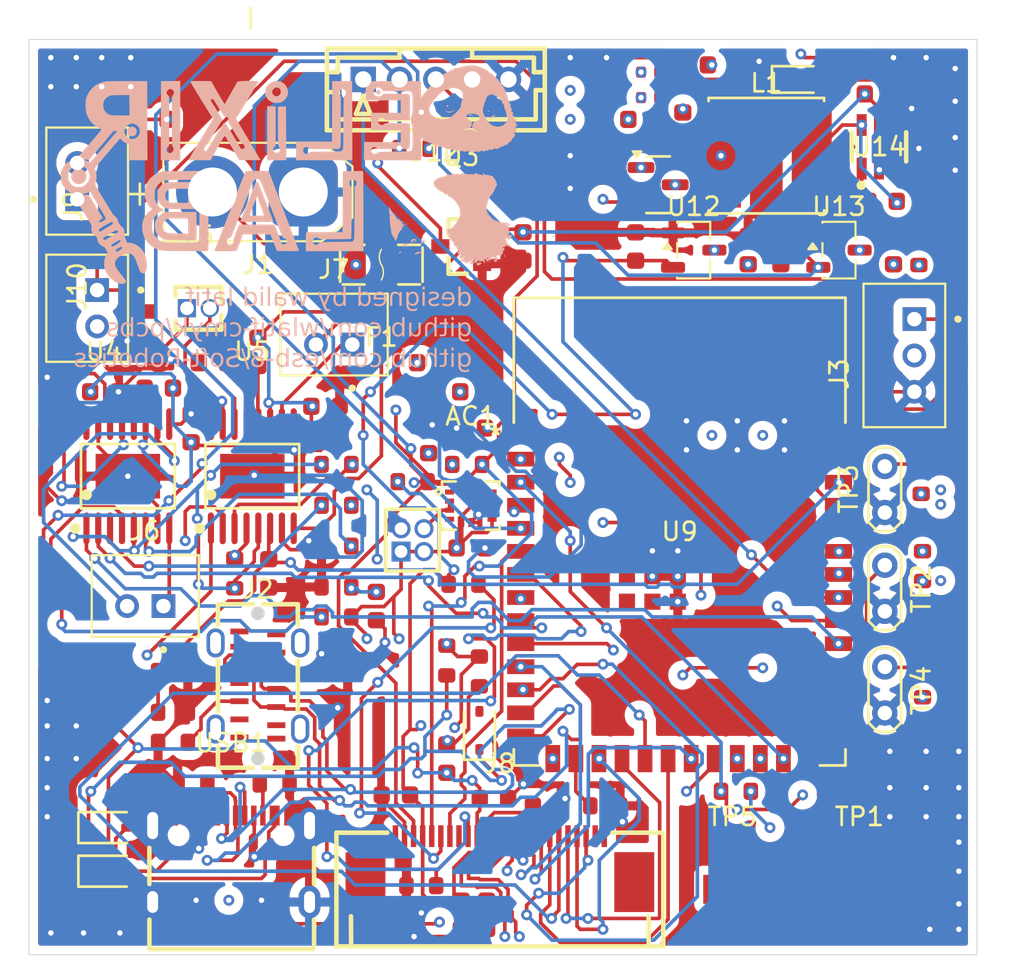
<source format=kicad_pcb>
(kicad_pcb (version 20241229) (generator "pcbnew") (generator_version "9.0")
  (layers (0 "F.Cu" signal) (4 "In1.Cu" signal) (6 "In2.Cu" signal) (2 "B.Cu" signal) (13 "F.Paste" user) (15 "B.Paste" user) (5 "F.SilkS" user "F.Silkscreen") (7 "B.SilkS" user "B.Silkscreen") (1 "F.Mask" user) (3 "B.Mask" user) (25 "Edge.Cuts" user))
  (net 0 "")
  (net 1 "Net-(U14-FB)")
  (net 2 "+3.3V")
  (net 3 "GND")
  (net 4 "Net-(U4-CPH)")
  (net 5 "Net-(U4-CPL)")
  (net 6 "+7.6V")
  (net 7 "Net-(U4-VCP)")
  (net 8 "/EN")
  (net 9 "+2V8")
  (net 10 "+1V2")
  (net 11 "Net-(U14-LX)")
  (net 12 "Net-(U14-BS)")
  (net 13 "/I_SENSE_A")
  (net 14 "/I_SENSE_B")
  (net 15 "Net-(U5-CPH)")
  (net 16 "Net-(U5-CPL)")
  (net 17 "Net-(U5-VCP)")
  (net 18 "Net-(D1-Pad2)")
  (net 19 "+5V")
  (net 20 "Net-(D2-Pad2)")
  (net 21 "Net-(J1-Pin_2)")
  (net 22 "/D-")
  (net 23 "/D+")
  (net 24 "Net-(J2-CC2)")
  (net 25 "Net-(J2-CC1)")
  (net 26 "Net-(Q4-S)")
  (net 27 "/RESET")
  (net 28 "/PWDN")
  (net 29 "Net-(R3-Pad2)")
  (net 30 "/LDR1")
  (net 31 "/LDR2")
  (net 32 "/SCL")
  (net 33 "/nFAULT_A")
  (net 34 "Net-(U4-nSLEEP)")
  (net 35 "Net-(U5-nSLEEP)")
  (net 36 "/S_PWM")
  (net 37 "Net-(U9-IO1)")
  (net 38 "/nFAULT_B")
  (net 39 "/SDA")
  (net 40 "Net-(R24-Pad2)")
  (net 41 "Net-(U9-IO45)")
  (net 42 "Net-(U9-IO46)")
  (net 48 "Net-(D3-Pad2)")
  (net 49 "Net-(D4-Pad2)")
  (net 50 "Net-(Q3-D)")
  (net 51 "/PMODE2")
  (net 52 "/PMODE1")
  (net 53 "/OUT1_A")
  (net 54 "/OUT2_A")
  (net 55 "/OUT2_B")
  (net 56 "/OUT1_B")
  (net 58 "/PCLK")
  (net 59 "/Y2")
  (net 60 "/XCLK")
  (net 62 "/Y8")
  (net 63 "/Y3")
  (net 65 "/Y9")
  (net 66 "/Y5")
  (net 67 "/Y6")
  (net 68 "/Y7")
  (net 69 "/HREF")
  (net 70 "/VSYNC")
  (net 71 "/Y4")
  (net 72 "/XSHUT")
  (net 73 "Net-(USB1-CC1)")
  (net 74 "Net-(USB1-CC2)")
  (net 76 "/IN1_A")
  (net 77 "/IN2_A")
  (net 78 "/IN2_B")
  (net 79 "/IN1_B")
  (net 81 "/BOOT")
  (footprint "PCM_JLCPCB:C_0603" (layer "F.Cu") (at 80.925 78.8 180)
    (property "Reference" "C13" (hide yes))
    (property "Value" "1uF")
  )
  (footprint "PCM_JLCPCB:R_0603" (layer "F.Cu") (at 73.325 92.2)
    (property "Reference" "R27" (hide yes))
    (property "Value" "5.1kΩ" (hide yes))
  )
  (footprint "easyeda2kicad:JST_B3B-PH-K-S" (layer "F.Cu") (at 104.8 74.8 90)
    (property "Reference" "J3")
    (property "Value" "Conn_01x03" (hide yes))
  )
  (footprint "PCM_JLCPCB:C_0603" (layer "F.Cu") (at 85.125 99.6)
    (property "Reference" "C16" (hide yes))
    (property "Value" "2.2uF" (hide yes))
  )
  (footprint "PCM_JLCPCB:C_0603" (layer "F.Cu") (at 72.925 77.6)
    (property "Reference" "C15" (hide yes))
    (property "Value" "10uF" (hide yes))
  )
  (footprint "PCM_JLCPCB:C_0603" (layer "F.Cu") (at 98 69 -90)
    (property "Reference" "C19" (hide yes))
    (property "Value" "1uF" (hide yes))
  )
  (footprint "PCM_JLCPCB:C_0603" (layer "F.Cu") (at 72.925 78.98)
    (property "Reference" "C14" (hide yes))
    (property "Value" "10uF")
  )
  (footprint "PCM_JLCPCB:R_0603" (layer "F.Cu") (at 88.325 99.6 180)
    (property "Reference" "R26" (hide yes))
    (property "Value" "10kΩ")
  )
  (footprint "VertUSBCPrint:TYPE-C-SMD_918-468K2029Y50001" (layer "F.Cu") (at 69.2 93)
    (property "Reference" "J2")
    (property "Value" "Connector, USB-TYPE-C-16P" (hide yes))
    (fp_poly (pts (xy 0.371792 -4.048947) (xy 0.346455 -4.143506) (xy 0.297508 -4.228286) (xy 0.228286 -4.297508) (xy 0.143506 -4.346455) (xy 0.048947 -4.371792) (xy -0.048947 -4.371792) (xy -0.143506 -4.346455) (xy -0.228286 -4.297508) (xy -0.297508 -4.228286) (xy -0.346455 -4.143506) (xy -0.371792 -4.048947) (xy -0.371792 -3.951053) (xy -0.346455 -3.856494) (xy -0.297508 -3.771714) (xy -0.228286 -3.702492) (xy -0.143506 -3.653545) (xy -0.048947 -3.628208) (xy 0.048947 -3.628208) (xy 0.143506 -3.653545) (xy 0.228286 -3.702492) (xy 0.297508 -3.771714) (xy 0.346455 -3.856494) (xy 0.371792 -3.951053)) (fill yes) (layer "Edge.Cuts"))
    (fp_poly (pts (xy 0.371792 3.951053) (xy 0.346455 3.856494) (xy 0.297508 3.771714) (xy 0.228286 3.702492) (xy 0.143506 3.653545) (xy 0.048947 3.628208) (xy -0.048947 3.628208) (xy -0.143506 3.653545) (xy -0.228286 3.702492) (xy -0.297508 3.771714) (xy -0.346455 3.856494) (xy -0.371792 3.951053) (xy -0.371792 4.048947) (xy -0.346455 4.143506) (xy -0.297508 4.228286) (xy -0.228286 4.297508) (xy -0.143506 4.346455) (xy -0.048947 4.371792) (xy 0.048947 4.371792) (xy 0.143506 4.346455) (xy 0.228286 4.297508) (xy 0.297508 4.228286) (xy 0.346455 4.143506) (xy 0.371792 4.048947)) (fill yes) (layer "Edge.Cuts"))
  )
  (footprint "PCM_JLCPCB:R_0603" (layer "F.Cu") (at 105.8 86.4 90)
    (property "Reference" "R11" (hide yes))
    (property "Value" "4.7kΩ")
  )
  (footprint "PCM_JLCPCB:R_0603" (layer "F.Cu") (at 70.125 98.4 180)
    (property "Reference" "R33" (hide yes))
    (property "Value" "5.1kΩ" (hide yes))
  )
  (footprint "PCM_JLCPCB:C_0603" (layer "F.Cu") (at 96.2 69 90)
    (property "Reference" "C20" (hide yes))
    (property "Value" "1uF" (hide yes))
  )
  (footprint "PCM_JLCPCB:C_0603" (layer "F.Cu") (at 66.725 75.2)
    (property "Reference" "C28" (hide yes))
    (property "Value" "22nF" (hide yes))
  )
  (footprint "lsm:USB-C-SMD_TYPE-C-6PIN-2MD-073" (layer "F.Cu") (at 67.725 102.5175)
    (property "Reference" "USB1")
    (property "Value" "TYPE-C 16PIN 2MD(073)" (hide yes))
  )
  (footprint "PCM_JLCPCB:C_0603" (layer "F.Cu") (at 104.2 69 90)
    (property "Reference" "C18" (hide yes))
    (property "Value" "1uF" (hide yes))
  )
  (footprint "PCM_JLCPCB:R_0603" (layer "F.Cu") (at 105.6 69 90)
    (property "Reference" "R22" (hide yes))
    (property "Value" "10kΩ")
  )
  (footprint "PCM_JLCPCB:R_0603" (layer "F.Cu") (at 105.725 81.6 90)
    (property "Reference" "R3" (hide yes))
    (property "Value" "4.7kΩ")
  )
  (footprint "Package_TO_SOT_SMD:SOT-23-3" (layer "F.Cu") (at 93.2 69)
    (property "Reference" "U12")
    (property "Value" "XC6206P282MR")
  )
  (footprint "PCM_JLCPCB:R_0603" (layer "F.Cu") (at 95.525 98.8 180)
    (property "Reference" "R12" (hide yes))
    (property "Value" "10kΩ")
  )
  (footprint "PCM_JLCPCB:R_0603" (layer "F.Cu") (at 105.8 92.8 90)
    (property "Reference" "R24" (hide yes))
    (property "Value" "4.7kΩ")
  )
  (footprint "PCM_JLCPCB:R_0603" (layer "F.Cu") (at 65 61.8)
    (property "Reference" "R10" (hide yes))
    (property "Value" "10kΩ")
  )
  (footprint "PCM_JLCPCB:R_0603" (layer "F.Cu") (at 81.4 92.2 -90)
    (property "Reference" "R31" (hide yes))
    (property "Value" "33kΩ")
  )
  (footprint "PCM_JLCPCB:C_0603" (layer "F.Cu") (at 79.6 97 90)
    (property "Reference" "C26" (hide yes))
    (property "Value" "2.2uF")
  )
  (footprint "PCM_JLCPCB:R_0603" (layer "F.Cu") (at 73.525 89.2 180)
    (property "Reference" "R13" (hide yes))
    (property "Value" "10kΩ" (hide yes))
  )
  (footprint "PCM_JLCPCB:D_SOD-323" (layer "F.Cu") (at 60.925 100.8)
    (property "Reference" "D4" (hide yes))
    (property "Value" "1N5819WS" (hide yes))
  )
  (footprint "PCM_JLCPCB:C_0603" (layer "F.Cu") (at 81.8 105.6 -90)
    (property "Reference" "C25" (hide yes))
    (property "Value" "2.2uF" (hide yes))
  )
  (footprint "PCM_JLCPCB:R_0603" (layer "F.Cu") (at 80.725 80.8)
    (property "Reference" "R8" (hide yes))
    (property "Value" "10K")
  )
  (footprint "Connector_AMASS:AMASS_XT30U-F_1x02_P5.0mm_Vertical" (layer "F.Cu") (at 71.7 65.8 180)
    (property "Reference" "J1")
    (property "Value" "Connector")
  )
  (footprint "PCM_JLCPCB:C_0603" (layer "F.Cu") (at 69.2 74.6 90)
    (property "Reference" "C29" (hide yes))
    (property "Value" "100nF" (hide yes))
  )
  (footprint "PCM_JLCPCB:C_0603" (layer "F.Cu") (at 81.125 76.8)
    (property "Reference" "C11" (hide yes))
    (property "Value" "100nF" (hide yes))
  )
  (footprint "PCM_JLCPCB:C_0603" (layer "F.Cu") (at 75.725 88.6 90)
    (property "Reference" "C22" (hide yes))
    (property "Value" "10nF")
  )
  (footprint "PCM_JLCPCB:C_0603" (layer "F.Cu") (at 93.2 58.8 180)
    (property "Reference" "C5" (hide yes))
    (property "Value" "22uF")
  )
  (footprint "PCM_JLCPCB:R_0603" (layer "F.Cu") (at 73.525 83.05 180)
    (property "Reference" "R16" (hide yes))
    (property "Value" "4.7kΩ" (hide yes))
  )
  (footprint "PCM_JLCPCB:C_0603" (layer "F.Cu") (at 78.745 75.2)
    (property "Reference" "C10" (hide yes))
    (property "Value" "22uF" (hide yes))
  )
  (footprint "PCM_JLCPCB:C_0603" (layer "F.Cu") (at 76.8 99 180)
    (property "Reference" "C24" (hide yes))
    (property "Value" "2.2uF" (hide yes))
  )
  (footprint "PCM_JLCPCB:C_0603" (layer "F.Cu") (at 90 68.8 90)
    (property "Reference" "C17" (hide yes))
    (property "Value" "1uF")
  )
  (footprint "PCM_JLCPCB:R_0603" (layer "F.Cu") (at 67.925 86.8 90)
    (property "Reference" "R21" (hide yes))
    (property "Value" "10kΩ" (hide yes))
  )
  (footprint "PCM_JLCPCB:R_0603" (layer "F.Cu") (at 79.6 91.6 90)
    (property "Reference" "R32" (hide yes))
    (property "Value" "18kΩ")
  )
  (footprint "PCM_JLCPCB:C_0603" (layer "F.Cu") (at 103.4 60.4 180)
    (property "Reference" "C8" (hide yes))
    (property "Value" "10uF" (hide yes))
  )
  (footprint "PCM_JLCPCB:C_0603" (layer "F.Cu") (at 103.6 66.3125)
    (property "Reference" "C21" (hide yes))
    (property "Value" "100nF" (hide yes))
  )
  (footprint "PCM_JLCPCB:R_0603" (layer "F.Cu") (at 73.525 85.3 180)
    (property "Reference" "R15" (hide yes))
    (property "Value" "4.7kΩ" (hide yes))
  )
  (footprint "PCM_JLCPCB:R_0603" (layer "F.Cu") (at 77.725 81.75)
    (property "Reference" "R7" (hide yes))
    (property "Value" "10K")
  )
  (footprint "PCM_JLCPCB:R_0603" (layer "F.Cu") (at 73.525 80.8 180)
    (property "Reference" "R17" (hide yes))
    (property "Value" "4.7kΩ" (hide yes))
  )
  (footprint "PCM_JLCPCB:C_0603" (layer "F.Cu") (at 80.4 105.6 -90)
    (property "Reference" "C23" (hide yes))
    (property "Value" "2.2uF" (hide yes))
  )
  (footprint "PCM_JLCPCB:R_0603" (layer "F.Cu") (at 63.2 73.2 90)
    (property "Reference" "R9" (hide yes))
    (property "Value" "10kΩ")
  )
  (footprint "easyeda2kicad:SOT-23_L2.9-W1.3-P1.90-LS2.4-BR" (layer "F.Cu") (at 80.4 68.8)
    (property "Reference" "Q3")
    (property "Value" "AO3401A" (hide yes))
  )
  (footprint "PCM_JLCPCB:R_0603" (layer "F.Cu") (at 101.2 98.8 180)
    (property "Reference" "R25" (hide yes))
    (property "Value" "10kΩ")
  )
  (footprint "lsm:LGA-14L_L3.0-W2.5-P0.50-TL" (layer "F.Cu") (at 80.925 83.07)
    (property "Reference" "AC1")
    (property "Value" "LSM6DSOXTR" (hide yes))
  )
  (footprint "PCM_JLCPCB:C_0603" (layer "F.Cu") (at 65.525 78.8 90)
    (property "Reference" "C30" (hide yes))
    (property "Value" "100nF" (hide yes))
  )
  (footprint "easyeda2kicad:HDR-TH_2P-P1.27-V-M" (layer "F.Cu") (at 65.925 72.2)
    (property "Reference" "J5")
    (property "Value" "Conn_01x02_Pin" (hide yes))
  )
  (footprint "PCM_JLCPCB:C_0603" (layer "F.Cu") (at 80.925 85.4)
    (property "Reference" "C34" (hide yes))
    (property "Value" "100nF")
  )
  (footprint "easyeda2kicad:HTSSOP-16_L5.0-W4.4-P0.65-LS6.4-BL-EP" (layer "F.Cu") (at 62.04 81.45)
    (property "Reference" "U4")
    (property "Value" "DRV8874PWPR" (hide yes))
  )
  (footprint "easyeda2kicad:JST_B2B-PH-K-S" (layer "F.Cu") (at 73.4 73.65)
    (property "Reference" "J7")
    (property "Value" "Screw_Terminal_01x02" (hide yes))
  )
  (footprint "PCM_JLCPCB:R_0603" (layer "F.Cu") (at 73.525 87.55 180)
    (property "Reference" "R14" (hide yes))
    (property "Value" "4.7kΩ" (hide yes))
  )
  (footprint "PCM_JLCPCB:C_0603" (layer "F.Cu") (at 82.2 99.2)
    (property "Reference" "C31" (hide yes))
    (property "Value" "2.2uF")
  )
  (footprint "PCM_JLCPCB:R_0402" (layer "F.Cu") (at 105.6 64.9125 90)
    (property "Reference" "R6" (hide yes))
    (property "Value" "22kΩ" (hide yes))
  )
  (footprint "PCM_JLCPCB:C_0402" (layer "F.Cu") (at 90.8 60.6)
    (property "Reference" "C4" (hide yes))
    (property "Value" "220pF")
  )
  (footprint "lsm:CONN-SMD_L3.2-1.6" (layer "F.Cu") (at 95.325 104.2)
    (property "Reference" "TP5")
    (property "Value" "TP_EN")
  )
  (footprint "PCM_JLCPCB:R_0603" (layer "F.Cu") (at 77.8 63.4 180)
    (property "Reference" "R23" (hide yes))
    (property "Value" "4.7kΩ")
  )
  (footprint "PCM_JLCPCB:C_0603" (layer "F.Cu") (at 92.6 62.2 -90)
    (property "Reference" "C6" (hide yes))
    (property "Value" "22uF" (hide yes))
  )
  (footprint "easyeda2kicad:CONN-TH_B5B-PH-K-S-LF-SN" (layer "F.Cu") (at 79 59.6 180)
    (property "Reference" "J12")
    (property "Value" "B5B-PH-K-S-(LF)(SN)" (hide yes))
  )
  (footprint "PCM_JLCPCB:R_0603" (layer "F.Cu") (at 64.525 94.45)
    (property "Reference" "R20" (hide yes))
    (property "Value" "4.7kΩ" (hide yes))
  )
  (footprint "easyeda2kicad:JST_B2B-PH-K-S" (layer "F.Cu") (at 59.8 72.2 90)
    (property "Reference" "J9")
    (property "Value" "Screw_Terminal_01x02" (hide yes))
  )
  (footprint "PCM_JLCPCB:R_0402" (layer "F.Cu") (at 107.8 73.2 90)
    (property "Reference" "R18" (hide yes))
    (property "Value" "200Ω" (hide yes))
  )
  (footprint "PCM_JLCPCB:C_0603" (layer "F.Cu") (at 60.745 76.8)
    (property "Reference" "C12" (hide yes))
    (property "Value" "100nF" (hide yes))
  )
  (footprint "PCM_JLCPCB:D_0603" (layer "F.Cu") (at 99 59.6)
    (property "Reference" "D2" (hide yes))
    (property "Value" "Red")
  )
  (footprint "easyeda2kicad:IND-SMD_L6.0-W6.0" (layer "F.Cu") (at 97.2 63.8)
    (property "Reference" "L1")
    (property "Value" "6.8uH")
  )
  (footprint "PCM_JLCPCB:R_0603" (layer "F.Cu") (at 64.525 96.1 180)
    (property "Reference" "R28" (hide yes))
    (property "Value" "5.1kΩ" (hide yes))
  )
  (footprint "easyeda2kicad:JST_B2B-PH-K-S" (layer "F.Cu") (at 63 88.05)
    (property "Reference" "J6")
    (property "Value" "Screw_Terminal_01x02" (hide yes))
  )
  (footprint "PCM_JLCPCB:C_0603" (layer "F.Cu") (at 83.8 68.8 90)
    (property "Reference" "C32" (hide yes))
    (property "Value" "10uF" (hide yes))
  )
  (footprint "PCM_JLCPCB:D_SOD-323" (layer "F.Cu") (at 81.4 95.45 90)
    (property "Reference" "D1" (hide yes))
    (property "Value" "1N5819WS" (hide yes))
  )
  (footprint "PCM_JLCPCB:Q_SOT-23" (layer "F.Cu") (at 91.24 65.4)
    (property "Reference" "Q4" (hide yes))
    (property "Value" "AO3400A" (hide yes))
  )
  (footprint "PCM_JLCPCB:R_0603" (layer "F.Cu") (at 80.525 87.4)
    (property "Reference" "R1" (hide yes))
    (property "Value" "10kΩ")
  )
  (footprint "easyeda2kicad:ESP32-S3-WROOM-1_EXP" (layer "F.Cu") (at 92.425 84.5)
    (property "Reference" "U9")
    (property "Value" "ESP32-S3-WROOM-1-N16R8" (hide yes))
  )
  (footprint "PCM_JLCPCB:C_0603" (layer "F.Cu") (at 63.745 76.6)
    (property "Reference" "C9" (hide yes))
    (property "Value" "100nF" (hide yes))
  )
  (footprint "PCM_JLCPCB:C_0603" (layer "F.Cu") (at 69.8 86.8 90)
    (property "Reference" "C27" (hide yes))
    (property "Value" "10nF")
  )
  (footprint "easyeda2kicad:FPC-SMD_AFC07-S24ECA-00" (layer "F.Cu") (at 82.525 102.54)
    (property "Reference" "J8")
    (property "Value" "Conn_01x24_Socket" (hide yes))
  )
  (footprint "PCM_JLCPCB:R_0603" (layer "F.Cu") (at 78.2 104 180)
    (property "Reference" "R2" (hide yes))
    (property "Value" "10kΩ")
  )
  (footprint "easyeda2kicad:F1206" (layer "F.Cu") (at 76 69.8 180)
    (property "Reference" "F1")
    (property "Value" "BHFUSE BSMD1206C-1700T" (hide yes))
  )
  (footprint "easyeda2kicad:JST_B2B-PH-K-S" (layer "F.Cu") (at 59.8 65.2 -90)
    (property "Reference" "J10")
    (property "Value" "Screw_Terminal_01x02" (hide yes))
  )
  (footprint "easyeda2kicad:HDR-TH_4P-P1.27-V-M-R2-C2-S1.27_MH127V-12-04-0820" (layer "F.Cu") (at 77.715 84.97)
    (property "Reference" "U1" (hide yes))
    (property "Value" "PZ127-2-02-Z" (hide yes))
  )
  (footprint "PCM_JLCPCB:R_0603" (layer "F.Cu") (at 65.6 98.4 180)
    (property "Reference" "R30" (hide yes))
    (property "Value" "5.1kΩ" (hide yes))
  )
  (footprint "TestPoint:TestPoint_2Pads_Pitch2.54mm_Drill0.8mm" (layer "F.Cu") (at 103.725 91.95 -90)
    (property "Reference" "TP4")
    (property "Value" "TestPoint_2Pole" (hide yes))
  )
  (footprint "PCM_JLCPCB:C_0603" (layer "F.Cu") (at 78.6 79.4 90)
    (property "Reference" "C35" (hide yes))
    (property "Value" "100nF" (hide yes))
  )
  (footprint "Package_TO_SOT_SMD:SOT-23-3" (layer "F.Cu") (at 101.2 69)
    (property "Reference" "U13")
    (property "Value" "XC6206P122MR" (hide yes))
  )
  (footprint "lsm:CONN-SMD_L3.2-1.6" (layer "F.Cu") (at 102.325 104.2)
    (property "Reference" "TP1")
    (property "Value" "TP_GND")
  )
  (footprint "PCM_JLCPCB:C_0603" (layer "F.Cu") (at 58.525 78.6 -90)
    (property "Reference" "C7" (hide yes))
    (property "Value" "22nF" (hide yes))
  )
  (footprint "PCM_JLCPCB:R_0402" (layer "F.Cu") (at 101.6 58.4)
    (property "Reference" "R4" (hide yes))
    (property "Value" "200Ω" (hide yes))
  )
  (footprint "easyeda2kicad:HTSSOP-16_L5.0-W4.4-P0.65-LS6.4-BL-EP" (layer "F.Cu") (at 68.895 81.45)
    (property "Reference" "U5")
    (property "Value" "DRV8874PWPR" (hide yes))
  )
  (footprint "easyeda2kicad:TSOT-23-6_L2.9-W1.6-P0.95-LS2.8-BL" (layer "F.Cu") (at 103.4 63.3125)
    (property "Reference" "U14")
    (property "Value" "SY8113IADC" (hide yes))
  )
  (footprint "PCM_JLCPCB:C_0603" (layer "F.Cu") (at 90.38 61.8)
    (property "Reference" "C33" (hide yes))
    (property "Value" "22uF")
  )
  (footprint "PCM_JLCPCB:R_0603" (layer "F.Cu") (at 64.525 92.2)
    (property "Reference" "R19" (hide yes))
    (property "Value" "4.7kΩ" (hide yes))
  )
  (footprint "PCM_JLCPCB:R_0402" (layer "F.Cu") (at 90.8 59.2)
    (property "Reference" "R5" (hide yes))
    (property "Value" "100kΩ" (hide yes))
  )
  (footprint "TestPoint:TestPoint_2Pads_Pitch2.54mm_Drill0.8mm" (layer "F.Cu") (at 103.725 83.45 90)
    (property "Reference" "TP3")
    (property "Value" "TestPoint_2Pole" (hide yes))
  )
  (footprint "PCM_JLCPCB:D_SOD-323" (layer "F.Cu") (at 60.925 103.2)
    (property "Reference" "D3" (hide yes))
    (property "Value" "1N5819WS" (hide yes))
  )
  (footprint "TestPoint:TestPoint_2Pads_Pitch2.54mm_Drill0.8mm" (layer "F.Cu") (at 103.725 86.35 -90)
    (property "Reference" "TP2")
    (property "Value" "TestPoint_2Pole" (hide yes))
  )
  (footprint "LOGO" (layer "B.Cu") (at 81.287135 64.526883 180)
    (property "Reference" "G***" (hide yes))
    (property "Value" "LOGO" (hide yes))
  )
  (footprint "LOGO" (layer "B.Cu") (at 68.2 65.2 180)
    (property "Reference" "G***" (hide yes))
    (property "Value" "LOGO" (hide yes))
  )
  (gr_rect (start 56.6 57.4) (end 108.8 107.8) (stroke (width 0.05)) (fill no) (layer "Edge.Cuts"))
  (gr_text "designed by walid latif\ngithub.com/wlatif-cmyk/pcbs\ngithub.com/esb-8/Soft-Robotics" (at 81 75.6 0) (layer "B.SilkS") (effects (font (size 1 1) (thickness 0.1)) (justify left bottom mirror)))
  (segment (start 91.3 60.6) (end 91.3 59.85489) (width 0.2) (layer "F.Cu") (net 1))
  (segment (start 105.6 65.4125) (end 105.25 65.4125) (width 0.2) (layer "F.Cu") (net 1))
  (segment (start 105.25 65.4125) (end 104.35 64.5125) (width 0.2) (layer "F.Cu") (net 1))
  (segment (start 95.8 59.6) (end 96.839 60.639) (width 0.2) (layer "F.Cu") (net 1))
  (segment (start 96.839 60.639) (end 101.15589 60.639) (width 0.2) (layer "F.Cu") (net 1))
  (segment (start 104.62911 59.624) (end 106.211 61.20589) (width 0.2) (layer "F.Cu") (net 1))
  (segment (start 106.211 64.8015) (end 105.6 65.4125) (width 0.2) (layer "F.Cu") (net 1))
  (segment (start 91.7 59.6) (end 93.6 59.6) (width 0.2) (layer "F.Cu") (net 1))
  (segment (start 93.576 59.576) (end 93.6 59.6) (width 0.2) (layer "F.Cu") (net 1))
  (segment (start 93.6 59.6) (end 95.8 59.6) (width 0.2) (layer "F.Cu") (net 1))
  (segment (start 93.53089 59.576) (end 93.576 59.576) (width 0.2) (layer "F.Cu") (net 1))
  (segment (start 106.211 61.20589) (end 106.211 64.8015) (width 0.2) (layer "F.Cu") (net 1))
  (segment (start 91.3 59.2) (end 91.7 59.6) (width 0.2) (layer "F.Cu") (net 1))
  (segment (start 101.15589 60.639) (end 102.17089 59.624) (width 0.2) (layer "F.Cu") (net 1))
  (segment (start 91.3 59.2) (end 91.3 60.6) (width 0.2) (layer "F.Cu") (net 1))
  (segment (start 102.17089 59.624) (end 104.62911 59.624) (width 0.2) (layer "F.Cu") (net 1))
  (segment (start 69 85.59489) (end 69.225 85.36989) (width 0.2) (layer "F.Cu") (net 2))
  (segment (start 80.145 85.4) (end 80.994 84.551) (width 0.2) (layer "F.Cu") (net 2))
  (segment (start 77.085 85.6) (end 78.345 85.6) (width 0.2) (layer "F.Cu") (net 2))
  (segment (start 62.37 85.520057) (end 62.37 84.32) (width 0.2) (layer "F.Cu") (net 2))
  (segment (start 80.994 84.551) (end 81.8 84.551) (width 0.2) (layer "F.Cu") (net 2))
  (segment (start 75.203463 90.399) (end 75.203463 90.203463) (width 0.2) (layer "F.Cu") (net 2))
  (segment (start 80.306 85.239) (end 80.145 85.4) (width 0.2) (layer "F.Cu") (net 2))
  (segment (start 80.425 84) (end 80.425 85.12) (width 0.2) (layer "F.Cu") (net 2))
  (segment (start 80.2 91.38) (end 81.4 91.38) (width 0.2) (layer "F.Cu") (net 2))
  (segment (start 62.4 85.550057) (end 62.37 85.520057) (width 0.2) (layer "F.Cu") (net 2))
  (segment (start 69.225 85.36989) (end 69.225 84.32) (width 0.2) (layer "F.Cu") (net 2))
  (segment (start 81.8 84.551) (end 82.095 84.256) (width 0.2) (layer "F.Cu") (net 2))
  (segment (start 74.345 89.2) (end 74.916 88.629) (width 0.2) (layer "F.Cu") (net 2))
  (segment (start 81.4 91.38) (end 80.4 92.38) (width 0.2) (layer "F.Cu") (net 2))
  (segment (start 69 86.145) (end 69 85.59489) (width 0.2) (layer "F.Cu") (net 2))
  (segment (start 76.685055 88.085055) (end 77.085 87.68511) (width 0.2) (layer "F.Cu") (net 2))
  (segment (start 75.203463 90.203463) (end 74.345 89.345) (width 0.2) (layer "F.Cu") (net 2))
  (segment (start 65.922313 87.401) (end 65.922313 83.842048) (width 0.2) (layer "F.Cu") (net 2))
  (segment (start 81.425 82.632) (end 80.306 83.751) (width 0.2) (layer "F.Cu") (net 2))
  (segment (start 77.085 87.68511) (end 77.085 85.6) (width 0.2) (layer "F.Cu") (net 2))
  (segment (start 74.916 88.629) (end 76.14111 88.629) (width 0.2) (layer "F.Cu") (net 2))
  (segment (start 80.4 92.38) (end 80.4 94.929225) (width 0.2) (layer "F.Cu") (net 2))
  (segment (start 80.4 94.929225) (end 80.036359 95.292866) (width 0.2) (layer "F.Cu") (net 2))
  (segment (start 67.925 87.62) (end 67.925 87.22) (width 0.2) (layer "F.Cu") (net 2))
  (segment (start 81.425 82.14) (end 81.425 82.632) (width 0.2) (layer "F.Cu") (net 2))
  (segment (start 78.345 85.6) (end 79.945 85.6) (width 0.2) (layer "F.Cu") (net 2))
  (segment (start 79.6 90.78) (end 79.6 90.661785) (width 0.2) (layer "F.Cu") (net 2))
  (segment (start 79.6 90.78) (end 80.2 91.38) (width 0.2) (layer "F.Cu") (net 2))
  (segment (start 79.945 85.6) (end 80.145 85.4) (width 0.2) (layer "F.Cu") (net 2))
  (segment (start 76.14111 88.629) (end 76.685055 88.085055) (width 0.2) (layer "F.Cu") (net 2))
  (segment (start 93.98 58.8) (end 94.2 58.8) (width 0.2) (layer "F.Cu") (net 2))
  (segment (start 76.685055 88.085055) (end 76.685055 90.105055) (width 0.2) (layer "F.Cu") (net 2))
  (segment (start 67.925 87.22) (end 69 86.145) (width 0.2) (layer "F.Cu") (net 2))
  (segment (start 82.095 84.256) (end 82.095 83.82) (width 0.2) (layer "F.Cu") (net 2))
  (segment (start 74.345 89.540537) (end 74.345 89.2) (width 0.2) (layer "F.Cu") (net 2))
  (segment (start 80.425 85.12) (end 80.145 85.4) (width 0.2) (layer "F.Cu") (net 2))
  (segment (start 74.345 89.345) (end 74.345 89.2) (width 0.2) (layer "F.Cu") (net 2))
  (segment (start 76.685055 90.105055) (end 76.98 90.4) (width 0.2) (layer "F.Cu") (net 2))
  (segment (start 65.922313 83.842048) (end 65.864397 83.784132) (width 0.2) (layer "F.Cu") (net 2))
  (segment (start 80.306 83.751) (end 80.306 85.239) (width 0.2) (layer "F.Cu") (net 2))
  (via (at 59.024265 84.775735) (size 0.6) (drill 0.3) (layers "F.Cu" "B.Cu") (net 2))
  (via (at 105.6 69.82) (size 0.6) (drill 0.3) (layers "F.Cu" "B.Cu") (net 2))
  (via (at 105.725 82.42) (size 0.6) (drill 0.3) (layers "F.Cu" "B.Cu") (net 2))
  (via (at 105.55 74.8) (size 0.6) (drill 0.3) (layers "F.Cu" "B.Cu") (net 2))
  (via (at 105.8 87.22) (size 0.6) (drill 0.3) (layers "F.Cu" "B.Cu") (net 2))
  (via (at 78.6 80.18) (size 0.6) (drill 0.3) (layers "F.Cu" "B.Cu") (net 2))
  (via (at 97.4 100.8) (size 0.6) (drill 0.3) (layers "F.Cu" "B.Cu") (net 2))
  (via (at 94.7 63.8) (size 0.6) (drill 0.3) (layers "F.Cu" "B.Cu") (net 2))
  (via (at 90.3 64.45) (size 0.6) (drill 0.3) (layers "F.Cu" "B.Cu") (net 2))
  (via (at 80.145 85.4) (size 0.6) (drill 0.3) (layers "F.Cu" "B.Cu") (net 2))
  (via (at 77.085 85.6) (size 0.6) (drill 0.3) (layers "F.Cu" "B.Cu") (net 2))
  (via (at 105.8 93.62) (size 0.6) (drill 0.3) (layers "F.Cu" "B.Cu") (net 2))
  (via (at 79.905 80.8) (size 0.6) (drill 0.3) (layers "F.Cu" "B.Cu") (net 2))
  (via (at 92.6 61.22) (size 0.6) (drill 0.3) (layers "F.Cu" "B.Cu") (net 2))
  (via (at 90.3 59.2) (size 0.6) (drill 0.3) (layers "F.Cu" "B.Cu") (net 2))
  (via (at 80.036359 95.292866) (size 0.6) (drill 0.3) (layers "F.Cu" "B.Cu") (net 2))
  (via (at 75.203463 90.399) (size 0.6) (drill 0.3) (layers "F.Cu" "B.Cu") (net 2))
  (via (at 86.4 60.2) (size 0.6) (drill 0.3) (layers "F.Cu" "B.Cu") (net 2))
  (via (at 80.345 76.8) (size 0.6) (drill 0.3) (layers "F.Cu" "B.Cu") (net 2))
  (via (at 66.6 81.4) (size 0.6) (drill 0.3) (layers "F.Cu" "B.Cu") (net 2))
  (via (at 106.8 87.2) (size 0.6) (drill 0.3) (layers "F.Cu" "B.Cu") (net 2))
  (via (at 92.18 65.4) (size 0.6) (drill 0.3) (layers "F.Cu" "B.Cu") (net 2))
  (via (at 65.864397 83.784132) (size 0.6) (drill 0.3) (layers "F.Cu" "B.Cu") (net 2))
  (via (at 62.4 85.550057) (size 0.6) (drill 0.3) (layers "F.Cu" "B.Cu") (net 2))
  (via (at 106.8 82.2) (size 0.6) (drill 0.3) (layers "F.Cu" "B.Cu") (net 2))
  (via (at 80.145 85.4) (size 0.6) (drill 0.3) (layers "F.Cu" "B.Cu") (net 2))
  (via (at 81 59.6) (size 0.6) (drill 0.3) (layers "F.Cu" "B.Cu") (net 2))
  (via (at 104.2 69.78) (size 0.6) (drill 0.3) (layers "F.Cu" "B.Cu") (net 2))
  (via (at 90.3 60.6) (size 0.6) (drill 0.3) (layers "F.Cu" "B.Cu") (net 2))
  (via (at 106.8 83) (size 0.6) (drill 0.3) (layers "F.Cu" "B.Cu") (net 2))
  (via (at 96.2 69.78) (size 0.6) (drill 0.3) (layers "F.Cu" "B.Cu") (net 2))
  (via (at 94.2 79.2) (size 0.6) (drill 0.3) (layers "F.Cu" "B.Cu") (net 2))
  (via (at 79.6 90.661785) (size 0.6) (drill 0.3) (layers "F.Cu" "B.Cu") (net 2))
  (via (at 80.145 85.4) (size 0.6) (drill 0.3) (layers "F.Cu" "B.Cu") (net 2))
  (via (at 77.965 75.2) (size 0.6) (drill 0.3) (layers "F.Cu" "B.Cu") (net 2))
  (via (at 76.98 90.4) (size 0.6) (drill 0.3) (layers "F.Cu" "B.Cu") (net 2))
  (via (at 67.925 87.62) (size 0.6) (drill 0.3) (layers "F.Cu" "B.Cu") (net 2))
  (via (at 94.2 58.8) (size 0.6) (drill 0.3) (layers "F.Cu" "B.Cu") (net 2))
  (via (at 96.345 98.8) (size 0.6) (drill 0.3) (layers "F.Cu" "B.Cu") (net 2))
  (via (at 89.6 61.8) (size 0.6) (drill 0.3) (layers "F.Cu" "B.Cu") (net 2))
  (via (at 102.3375 69) (size 0.6) (drill 0.3) (layers "F.Cu" "B.Cu") (net 2))
  (via (at 78.62 63.4) (size 0.6) (drill 0.3) (layers "F.Cu" "B.Cu") (net 2))
  (via (at 76.905 81.75) (size 0.6) (drill 0.3) (layers "F.Cu" "B.Cu") (net 2))
  (via (at 94.3375 69) (size 0.6) (drill 0.3) (layers "F.Cu" "B.Cu") (net 2))
  (via (at 59.25 66.2) (size 0.6) (drill 0.3) (layers "F.Cu" "B.Cu") (net 2))
  (via (at 74.345 83.05) (size 0.6) (drill 0.3) (layers "F.Cu" "B.Cu") (net 2))
  (via (at 72.705 80.8) (size 0.6) (drill 0.3) (layers "F.Cu" "B.Cu") (net 2))
  (via (at 86.4 61.8) (size 0.6) (drill 0.3) (layers "F.Cu" "B.Cu") (net 2))
  (via (at 85.44 97) (size 0.6) (drill 0.3) (layers "F.Cu" "B.Cu") (net 2))
  (via (at 60.35 73.2) (size 0.6) (drill 0.3) (layers "F.Cu" "B.Cu") (net 2))
  (via (at 65.922313 87.401) (size 0.6) (drill 0.3) (layers "F.Cu" "B.Cu") (net 2))
  (via (at 83.675 80.51) (size 0.6) (drill 0.3) (layers "F.Cu" "B.Cu") (net 2))
  (via (at 97 79.2) (size 0.6) (drill 0.3) (layers "F.Cu" "B.Cu") (net 2))
  (via (at 67.6 104.8) (size 0.6) (drill 0.3) (layers "F.Cu" "B.Cu") (net 2))
  (segment (start 67.2 80.8) (end 66.6 81.4) (width 0.2) (layer "B.Cu") (net 2))
  (segment (start 80.145 85.4) (end 80.145 84.3779) (width 0.2) (layer "B.Cu") (net 2))
  (segment (start 77.556057 82.405101) (end 76.905 81.754044) (width 0.2) (layer "B.Cu") (net 2))
  (segment (start 61.550057 85.550057) (end 60.775735 84.775735) (width 0.2) (layer "B.Cu") (net 2))
  (segment (start 62.4 85.550057) (end 61.550057 85.550057) (width 0.2) (layer "B.Cu") (net 2))
  (segment (start 65.864397 82.135603) (end 66.6 81.4) (width 0.2) (layer "B.Cu") (net 2))
  (segment (start 78.172201 82.405101) (end 77.556057 82.405101) (width 0.2) (layer "B.Cu") (net 2))
  (segment (start 72.705 80.8) (end 67.2 80.8) (width 0.2) (layer "B.Cu") (net 2))
  (segment (start 76.905 81.754044) (end 76.905 81.75) (width 0.2) (layer "B.Cu") (net 2))
  (segment (start 96.345 99.745) (end 97.4 100.8) (width 0.2) (layer "B.Cu") (net 2))
  (segment (start 60.775735 84.775735) (end 59.024265 84.775735) (width 0.2) (layer "B.Cu") (net 2))
  (segment (start 62.4 85.550057) (end 66.550057 81.4) (width 0.2) (layer "B.Cu") (net 2))
  (segment (start 96.345 98.8) (end 96.345 99.745) (width 0.2) (layer "B.Cu") (net 2))
  (segment (start 67.925 87.62) (end 66.141313 87.62) (width 0.2) (layer "B.Cu") (net 2))
  (segment (start 65.864397 83.784132) (end 65.864397 82.135603) (width 0.2) (layer "B.Cu") (net 2))
  (segment (start 66.141313 87.62) (end 65.922313 87.401) (width 0.2) (layer "B.Cu") (net 2))
  (segment (start 66.550057 81.4) (end 66.6 81.4) (width 0.2) (layer "B.Cu") (net 2))
  (segment (start 80.145 84.3779) (end 78.172201 82.405101) (width 0.2) (layer "B.Cu") (net 2))
  (segment (start 74.145 93.655) (end 73.6 94.2) (width 0.2) (layer "F.Cu") (net 3))
  (segment (start 80.925 83.980527) (end 81.353534 83.551993) (width 0.2) (layer "F.Cu") (net 3))
  (segment (start 63.67 83.08) (end 62.04 81.45) (width 0.2) (layer "F.Cu") (net 3))
  (segment (start 70.925 100.1375) (end 71.495 100.1375) (width 0.2) (layer "F.Cu") (net 3))
  (segment (start 79.755 83.32) (end 79.755 82.82) (width 0.2) (layer "F.Cu") (net 3))
  (segment (start 70.321 80.024) (end 68.895 81.45) (width 0.2) (layer "F.Cu") (net 3))
  (segment (start 72.509 85.496) (end 72.705 85.3) (width 0.2) (layer "F.Cu") (net 3))
  (segment (start 104.18 60.4) (end 104.4 60.4) (width 0.2) (layer "F.Cu") (net 3))
  (segment (start 81.4 93.02) (end 80.801 93.619) (width 0.2) (layer "F.Cu") (net 3))
  (segment (start 77.275 101.27) (end 77.275 103.895) (width 0.2) (layer "F.Cu") (net 3))
  (segment (start 73.705 78.98) (end 72.661 80.024) (width 0.2) (layer "F.Cu") (net 3))
  (segment (start 80.925 84) (end 80.925 83.980527) (width 0.2) (layer "F.Cu") (net 3))
  (segment (start 64.965 78.58) (end 65.525 78.02) (width 0.2) (layer "F.Cu") (net 3))
  (segment (start 71.175 79.975) (end 71.2 80) (width 0.2) (layer "F.Cu") (net 3))
  (segment (start 63.705 96.1) (end 63.705 97.325) (width 0.2) (layer "F.Cu") (net 3))
  (segment (start 80.4 106.38) (end 79.98 106.8) (width 0.2) (layer "F.Cu") (net 3))
  (segment (start 63.67 84.32) (end 63.67 83.08) (width 0.2) (layer "F.Cu") (net 3))
  (segment (start 71.175 78.58) (end 71.175 79.975) (width 0.2) (layer "F.Cu") (net 3))
  (segment (start 57.348 76.252) (end 57.6 76) (width 0.2) (layer "F.Cu") (net 3))
  (segment (start 69 100.1625) (end 69 102.4) (width 0.2) (layer "F.Cu") (net 3))
  (segment (start 74.145 92.2) (end 74.145 93.655) (width 0.2) (layer "F.Cu") (net 3))
  (segment (start 97.8 59.6) (end 96.8 58.6) (width 0.2) (layer "F.Cu") (net 3))
  (segment (start 65.975 101.917394) (end 65.946197 101.946197) (width 0.2) (layer "F.Cu") (net 3))
  (segment (start 79.6 96.035) (end 79.635 96) (width 0.2) (layer "F.Cu") (net 3))
  (segment (start 72.675 87.58) (end 72.705 87.55) (width 0.2) (layer "F.Cu") (net 3))
  (segment (start 76.02 99.23221) (end 76.02 99) (width 0.2) (layer "F.Cu") (net 3))
  (segment (start 80.801 95.378168) (end 79.959168 96.22) (width 0.2) (layer "F.Cu") (net 3))
  (segment (start 65.345 94.45) (end 63.705 96.09) (width 0.2) (layer "F.Cu") (net 3))
  (segment (start 100.0625 68.05) (end 99.4815 67.469) (width 0.2) (layer "F.Cu") (net 3))
  (segment (start 57.348 81.797943) (end 57.348 76.252) (width 0.2) (layer "F.Cu") (net 3))
  (segment (start 70.525 84.32) (end 70.525 85.041095) (width 0.2) (layer "F.Cu") (net 3))
  (segment (start 72.661 80.024) (end 70.321 80.024) (width 0.2) (layer "F.Cu") (net 3))
  (segment (start 77.275 101.27) (end 77.275 100.48721) (width 0.2) (layer "F.Cu") (net 3))
  (segment (start 73.17 91.225) (end 72.709258 91.225) (width 0.2) (layer "F.Cu") (net 3))
  (segment (start 80.801 93.619) (end 80.801 95.378168) (width 0.2) (layer "F.Cu") (net 3))
  (segment (start 97.7691 69.7891) (end 96.2 68.22) (width 0.2) (layer "F.Cu") (net 3))
  (segment (start 103.615 76.8) (end 105.55 76.8) (width 0.2) (layer "F.Cu") (net 3))
  (segment (start 71.495 100.1375) (end 72.045 100.6875) (width 0.2) (layer "F.Cu") (net 3))
  (segment (start 89.145 99.6) (end 89.145 100.345) (width 0.2) (layer "F.Cu") (net 3))
  (segment (start 79.365 83.32) (end 78.345 84.34) (width 0.2) (layer "F.Cu") (net 3))
  (segment (start 62.02 74.02) (end 62 74) (width 0.2) (layer "F.Cu") (net 3))
  (segment (start 64.32 78.58) (end 64.965 78.58) (width 0.2) (layer "F.Cu") (net 3))
  (segment (start 101.175 79.24) (end 103.615 76.8) (width 0.2) (layer "F.Cu") (net 3))
  (segment (start 79.755 83.32) (end 79.365 83.32) (width 0.2) (layer "F.Cu") (net 3))
  (segment (start 77.275 100.48721) (end 76.02 99.23221) (width 0.2) (layer "F.Cu") (net 3))
  (segment (start 68.975 100.1375) (end 69 100.1625) (width 0.2) (layer "F.Cu") (net 3))
  (segment (start 58.350057 82.8) (end 57.348 81.797943) (width 0.2) (layer "F.Cu") (net 3))
  (segment (start 60.41 78.58) (end 60.41 79.82) (width 0.2) (layer "F.Cu") (net 3))
  (segment (start 72.301 85.3) (end 72 84.999) (width 0.2) (layer "F.Cu") (net 3))
  (segment (start 99.4815 67.469) (end 96.951 67.469) (width 0.2) (layer "F.Cu") (net 3))
  (segment (start 81.425 84) (end 80.925 84) (width 0.2) (layer "F.Cu") (net 3))
  (segment (start 68.895 81.45) (end 68.95 81.45) (width 0.2) (layer "F.Cu") (net 3))
  (segment (start 63.125 75.2) (end 64.2 75.2) (width 0.2) (layer "F.Cu") (net 3))
  (segment (start 63.955 100.1375) (end 63.405 100.6875) (width 0.2) (layer "F.Cu") (net 3))
  (segment (start 104.4 60.4) (end 105.2 61.2) (width 0.2) (layer "F.Cu") (net 3))
  (segment (start 79.6 96.22) (end 79.6 96.035) (width 0.2) (layer "F.Cu") (net 3))
  (segment (start 69.8 87.58) (end 72.675 87.58) (width 0.2) (layer "F.Cu") (net 3))
  (segment (start 98.21 59.6) (end 97.8 59.6) (width 0.2) (layer "F.Cu") (net 3))
  (segment (start 72.705 85.3) (end 72.301 85.3) (width 0.2) (layer "F.Cu") (net 3))
  (segment (start 103.4 64.55147) (end 103.424265 64.575735) (width 0.2) (layer "F.Cu") (net 3))
  (segment (start 92.02 58.4) (end 88.4 58.4) (width 0.2) (layer "F.Cu") (net 3))
  (segment (start 65.975 100.1375) (end 65.975 101.917394) (width 0.2) (layer "F.Cu") (net 3))
  (segment (start 76.2 90.6) (end 76.2 89.855) (width 0.2) (layer "F.Cu") (net 3))
  (segment (start 63.705 97.325) (end 64.78 98.4) (width 0.2) (layer "F.Cu") (net 3))
  (segment (start 77.275 103.895) (end 77.38 104) (width 0.2) (layer "F.Cu") (net 3))
  (segment (start 79.98 106.8) (end 77.8 106.8) (width 0.2) (layer "F.Cu") (net 3))
  (segment (start 103.4 64.5125) (end 103.4 64.55147) (width 0.2) (layer "F.Cu") (net 3))
  (segment (start 61.525 76.8) (end 63.125 75.2) (width 0.2) (layer "F.Cu") (net 3))
  (segment (start 58.4 82.8) (end 58.350057 82.8) (width 0.2) (layer "F.Cu") (net 3))
  (segment (start 67.265 78.58) (end 67.265 77.368528) (width 0.2) (layer "F.Cu") (net 3))
  (segment (start 64.525 100.1375) (end 63.955 100.1375) (width 0.2) (layer "F.Cu") (net 3))
  (segment (start 68.95 81.45) (end 69 81.4) (width 0.2) (layer "F.Cu") (net 3))
  (segment (start 63.2 74.02) (end 62.02 74.02) (width 0.2) (layer "F.Cu") (net 3))
  (segment (start 98 69.78) (end 97.9909 69.7891) (width 0.2) (layer "F.Cu") (net 3))
  (segment (start 83.775 101.27) (end 83.775 102.575) (width 0.2) (layer "F.Cu") (net 3))
  (segment (start 64.2 75.2) (end 64.4 75) (width 0.2) (layer "F.Cu") (net 3))
  (segment (start 105.6 64.4125) (end 105.6 63.4) (width 0.2) (layer "F.Cu") (net 3))
  (segment (start 74.145 92.2) (end 73.17 91.225) (width 0.2) (layer "F.Cu") (net 3))
  (segment (start 63.705 96.09) (end 63.705 96.1) (width 0.2) (layer "F.Cu") (net 3))
  (segment (start 82.98 99.2) (end 83.019405 99.2) (width 0.2) (layer "F.Cu") (net 3))
  (segment (start 97.9909 69.7891) (end 97.7691 69.7891) (width 0.2) (layer "F.Cu") (net 3))
  (segment (start 96.951 67.469) (end 96.2 68.22) (width 0.2) (layer "F.Cu") (net 3))
  (segment (start 76.2 89.855) (end 75.725 89.38) (width 0.2) (layer "F.Cu") (net 3))
  (segment (start 70.979905 85.496) (end 72.509 85.496) (width 0.2) (layer "F.Cu") (net 3))
  (segment (start 79.959168 96.22) (end 79.6 96.22) (width 0.2) (layer "F.Cu") (net 3))
  (segment (start 70.525 85.041095) (end 70.979905 85.496) (width 0.2) (layer "F.Cu") (net 3))
  (segment (start 89.145 100.345) (end 89.275735 100.475735) (width 0.2) (layer "F.Cu") (net 3))
  (segment (start 83.019405 99.2) (end 83.821 98.398405) (width 0.2) (layer "F.Cu") (net 3))
  (segment (start 60.41 79.82) (end 62.04 81.45) (width 0.2) (layer "F.Cu") (net 3))
  (segment (start 67.265 77.368528) (end 67.215 77.318528) (width 0.2) (layer "F.Cu") (net 3))
  (segment (start 92.42 58.8) (end 92.02 58.4) (width 0.2) (layer "F.Cu") (net 3))
  (segment (start 83.775 102.575) (end 83.8 102.6) (width 0.2) (layer "F.Cu") (net 3))
  (via (at 62.2 60) (size 0.6) (drill 0.3) (layers "F.Cu" "B.Cu") (net 3))
  (via (at 107.6 60.8) (size 0.6) (drill 0.3) (layers "F.Cu" "B.Cu") (net 3))
  (via (at 57.6 76) (size 0.6) (drill 0.3) (layers "F.Cu" "B.Cu") (net 3))
  (via (at 73.6 94.2) (size 0.6) (drill 0.3) (layers "F.Cu" "B.Cu") (net 3))
  (via (at 104.2 58.4) (size 0.6) (drill 0.3) (layers "F.Cu" "B.Cu") (net 3))
  (via (at 86.4 63.8) (size 0.6) (drill 0.3) (layers "F.Cu" "B.Cu") (net 3))
  (via (at 61.6 106.6) (size 0.6) (drill 0.3) (layers "F.Cu" "B.Cu") (net 3))
  (via (at 60.6 58.4) (size 0.6) (drill 0.3) (layers "F.Cu" "B.Cu") (net 3))
  (via (at 86.117516 99.2) (size 0.6) (drill 0.3) (layers "F.Cu" "B.Cu") (net 3))
  (via (at 57.6 95.2) (size 0.6) (drill 0.3) (layers "F.Cu" "B.Cu") (net 3))
  (via (at 59.2 58.4) (size 0.6) (drill 0.3) (layers "F.Cu" "B.Cu") (net 3))
  (via (at 80.145 78.8) (size 0.6) (drill 0.3) (layers "F.Cu" "B.Cu") (net 3))
  (via (at 69 102.4) (size 0.6) (drill 0.3) (layers "F.Cu" "B.Cu") (net 3))
  (via (at 77.8 106.8) (size 0.6) (drill 0.3) (layers "F.Cu" "B.Cu") (net 3))
  (via (at 86.4 58.4) (size 0.6) (drill 0.3) (layers "F.Cu" "B.Cu") (net 3))
  (via (at 72 84.999) (size 0.6) (drill 0.3) (layers "F.Cu" "B.Cu") (net 3))
  (via (at 79.635 96) (size 0.6) (drill 0.3) (layers "F.Cu" "B.Cu") (net 3))
  (via (at 90.925 86.96) (size 0.6) (drill 0.3) (layers "F.Cu" "B.Cu") (net 3))
  (via (at 57.8 106.6) (size 0.6) (drill 0.3) (layers "F.Cu" "B.Cu") (net 3))
  (via (at 67.215 77.318528) (size 0.6) (drill 0.3) (layers "F.Cu" "B.Cu") (net 3))
  (via (at 106 98.6) (size 0.6) (drill 0.3) (layers "F.Cu" "B.Cu") (net 3))
  (via (at 107.8 96.6) (size 0.6) (drill 0.3) (layers "F.Cu" "B.Cu") (net 3))
  (via (at 57.6 97) (size 0.6) (drill 0.3) (layers "F.Cu" "B.Cu") (net 3))
  (via (at 62.04 81.45) (size 0.6) (drill 0.3) (layers "F.Cu" "B.Cu") (net 3))
  (via (at 69.4 104.8) (size 0.6) (drill 0.3) (layers "F.Cu" "B.Cu") (net 3))
  (via (at 78.8 78.62) (size 0.6) (drill 0.3) (layers "F.Cu" "B.Cu") (net 3))
  (via (at 107.6 59) (size 0.6) (drill 0.3) (layers "F.Cu" "B.Cu") (net 3))
  (via (at 58.4 82.8) (size 0.6) (drill 0.3) (layers "F.Cu" "B.Cu") (net 3))
  (via (at 59.6 106.6) (size 0.6) (drill 0.3) (layers "F.Cu" "B.Cu") (net 3))
  (via (at 107.8 106.4) (size 0.6) (drill 0.3) (layers "F.Cu" "B.Cu") (net 3))
  (via (at 57.6 98.6) (size 0.6) (drill 0.3) (layers "F.Cu" "B.Cu") (net 3))
  (via (at 83.821 98.398405) (size 0.6) (drill 0.3) (layers "F.Cu" "B.Cu") (net 3))
  (via (at 96.8 58.6) (size 0.6) (drill 0.3) (layers "F.Cu" "B.Cu") (net 3))
  (via (at 92.8 78.4) (size 0.6) (drill 0.3) (layers "F.Cu" "B.Cu") (net 3))
  (via (at 72.709258 91.225) (size 0.6) (drill 0.3) (layers "F.Cu" "B.Cu") (net 3))
  (via (at 107.6 64.6) (size 0.6) (drill 0.3) (layers "F.Cu" "B.Cu") (net 3))
  (via (at 104 100.2) (size 0.6) (drill 0.3) (layers "F.Cu" "B.Cu") (net 3))
  (via (at 104 98.6) (size 0.6) (drill 0.3) (layers "F.Cu" "B.Cu") (net 3))
  (via (at 81.705 85.4) (size 0.6) (drill 0.3) (layers "F.Cu" "B.Cu") (net 3))
  (via (at 90.925 85.56) (size 0.6) (drill 0.3) (layers "F.Cu" "B.Cu") (net 3))
  (via (at 107.8 100.2) (size 0.6) (drill 0.3) (layers "F.Cu" "B.Cu") (net 3))
  (via (at 65.946197 101.946197) (size 0.6) (drill 0.3) (layers "F.Cu" "B.Cu") (net 3))
  (via (at 92.8 80) (size 0.6) (drill 0.3) (layers "F.Cu" "B.Cu") (net 3))
  (via (at 71.2 80) (size 0.6) (drill 0.3) (layers "F.Cu" "B.Cu") (net 3))
  (via (at 104 96.6) (size 0.6) (drill 0.3) (layers "F.Cu" "B.Cu") (net 3))
  (via (at 107.8 103.2) (size 0.6) (drill 0.3) (layers "F.Cu" "B.Cu") (net 3))
  (via (at 86.4 65.6) (size 0.6) (drill 0.3) (layers "F.Cu" "B.Cu") (net 3))
  (via (at 105.6 63.4) (size 0.6) (drill 0.3) (layers "F.Cu" "B.Cu") (net 3))
  (via (at 103.424265 64.575735) (size 0.6) (drill 0.3) (layers "F.Cu" "B.Cu") (net 3))
  (via (at 92.325 88.36) (size 0.6) (drill 0.3) (layers "F.Cu" "B.Cu") (net 3))
  (via (at 64.4 75) (size 0.6) (drill 0.3) (layers "F.Cu" "B.Cu") (net 3))
  (via (at 57.8 60) (size 0.6) (drill 0.3) (layers "F.Cu" "B.Cu") (net 3))
  (via (at 106.2 106.4) (size 0.6) (drill 0.3) (layers "F.Cu" "B.Cu") (net 3))
  (via (at 92.325 85.56) (size 0.6) (drill 0.3) (layers "F.Cu" "B.Cu") (net 3))
  (via (at 57.6 100.2) (size 0.6) (drill 0.3) (layers "F.Cu" "B.Cu") (net 3))
  (via (at 59.2 97) (size 0.6) (drill 0.3) (layers "F.Cu" "B.Cu") (net 3))
  (via (at 61.525 76.8) (size 0.6) (drill 0.3) (layers "F.Cu" "B.Cu") (net 3))
  (via (at 57.6 93.8) (size 0.6) (drill 0.3) (layers "F.Cu" "B.Cu") (net 3))
  (via (at 89.275735 100.475735) (size 0.6) (drill 0.3) (layers "F.Cu" "B.Cu") (net 3))
  (via (at 107.6 62.8) (size 0.6) (drill 0.3) (layers "F.Cu" "B.Cu") (net 3))
  (via (at 65.8 104.8) (size 0.6) (drill 0.3) (layers "F.Cu" "B.Cu") (net 3))
  (via (at 65.525 78.02) (size 0.6) (drill 0.3) (layers "F.Cu" "B.Cu") (net 3))
  (via (at 98.2 80) (size 0.6) (drill 0.3) (layers "F.Cu" "B.Cu") (net 3))
  (via (at 95.6 78.4) (size 0.6) (drill 0.3) (layers "F.Cu" "B.Cu") (net 3))
  (via (at 88.4 58.4) (size 0.6) (drill 0.3) (layers "F.Cu" "B.Cu") (net 3))
  (via (at 57.8 58.4) (size 0.6) (drill 0.3) (layers "F.Cu" "B.Cu") (net 3))
  (via (at 62.2 58.4) (size 0.6) (drill 0.3) (layers "F.Cu" "B.Cu") (net 3))
  (via (at 105.2 61.2) (size 0.6) (drill 0.3) (layers "F.Cu" "B.Cu") (net 3))
  (via (at 69 81.4) (size 0.6) (drill 0.3) (layers "F.Cu" "B.Cu") (net 3))
  (via (at 106 100.2) (size 0.6) (drill 0.3) (layers "F.Cu" "B.Cu") (net 3))
  (via (at 78.2 105.4985) (size 0.6) (drill 0.3) (layers "F.Cu" "B.Cu") (net 3))
  (via (at 106 96.6) (size 0.6) (drill 0.3) (layers "F.Cu" "B.Cu") (net 3))
  (via (at 92.325 86.96) (size 0.6) (drill 0.3) (layers "F.Cu" "B.Cu") (net 3))
  (via (at 107.8 105) (size 0.6) (drill 0.3) (layers "F.Cu" "B.Cu") (net 3))
  (via (at 62 74) (size 0.6) (drill 0.3) (layers "F.Cu" "B.Cu") (net 3))
  (via (at 60.6 60) (size 0.6) (drill 0.3) (layers "F.Cu" "B.Cu") (net 3))
  (via (at 106 58.4) (size 0.6) (drill 0.3) (layers "F.Cu" "B.Cu") (net 3))
  (via (at 81.353534 83.551993) (size 0.6) (drill 0.3) (layers "F.Cu" "B.Cu") (net 3))
  (via (at 95.6 80) (size 0.6) (drill 0.3) (layers "F.Cu" "B.Cu") (net 3))
  (via (at 76.2 90.6) (size 0.6) (drill 0.3) (layers "F.Cu" "B.Cu") (net 3))
  (via (at 107.8 98.6) (size 0.6) (drill 0.3) (layers "F.Cu" "B.Cu") (net 3))
  (via (at 83.8 102.6) (size 0.6) (drill 0.3) (layers "F.Cu" "B.Cu") (net 3))
  (via (at 59.2 60) (size 0.6) (drill 0.3) (layers "F.Cu" "B.Cu") (net 3))
  (via (at 107.8 101.6) (size 0.6) (drill 0.3) (layers "F.Cu" "B.Cu") (net 3))
  (via (at 98.2 78.4) (size 0.6) (drill 0.3) (layers "F.Cu" "B.Cu") (net 3))
  (via (at 59.2 95.2) (size 0.6) (drill 0.3) (layers "F.Cu" "B.Cu") (net 3))
  (segment (start 83.8 102.6) (end 83.51645 102.31645) (width 0.2) (layer "B.Cu") (net 3))
  (segment (start 87.001 85.248943) (end 85.248943 87.001) (width 0.2) (layer "B.Cu") (net 3))
  (segment (start 62.04 81.45) (end 60.69 82.8) (width 0.2) (layer "B.Cu") (net 3))
  (segment (start 80.145 78.8) (end 81.047057 78.8) (width 0.2) (layer "B.Cu") (net 3))
  (segment (start 83.923943 81.179) (end 87.001 84.256057) (width 0.2) (layer "B.Cu") (net 3))
  (segment (start 83.51645 102.31645) (end 83.51645 101.801066) (width 0.2) (layer "B.Cu") (net 3))
  (segment (start 78.8 78.62) (end 79.965 78.62) (width 0.2) (layer "B.Cu") (net 3))
  (segment (start 80.799 86.151057) (end 81.550057 85.4) (width 0.2) (layer "B.Cu") (net 3))
  (segment (start 85.248943 87.001) (end 81.151057 87.001) (width 0.2) (layer "B.Cu") (net 3))
  (segment (start 74.946 85.548943) (end 74.946 82.801057) (width 0.2) (layer "B.Cu") (net 3))
  (segment (start 80.799 86.648943) (end 80.799 86.151057) (width 0.2) (layer "B.Cu") (net 3))
  (segment (start 77.8 106.8) (end 77.8 105.8985) (width 0.2) (layer "B.Cu") (net 3))
  (segment (start 81.047057 78.8) (end 83.426057 81.179) (width 0.2) (layer "B.Cu") (net 3))
  (segment (start 72.709258 91.225) (end 75.575 91.225) (width 0.2) (layer "B.Cu") (net 3))
  (segment (start 75.575 91.225) (end 76.2 90.6) (width 0.2) (layer "B.Cu") (net 3))
  (segment (start 81.550057 85.4) (end 81.705 85.4) (width 0.2) (layer "B.Cu") (net 3))
  (segment (start 59.001 77.401) (end 60.924 77.401) (width 0.2) (layer "B.Cu") (net 3))
  (segment (start 74.946 82.801057) (end 73.544943 81.4) (width 0.2) (layer "B.Cu") (net 3))
  (segment (start 74.593943 85.901) (end 74.946 85.548943) (width 0.2) (layer "B.Cu") (net 3))
  (segment (start 81.151057 87.001) (end 80.799 86.648943) (width 0.2) (layer "B.Cu") (net 3))
  (segment (start 60.69 82.8) (end 58.4 82.8) (width 0.2) (layer "B.Cu") (net 3))
  (segment (start 83.51645 101.801066) (end 86.117516 99.2) (width 0.2) (layer "B.Cu") (net 3))
  (segment (start 78.8 78.82) (end 79.201 79.221) (width 0.2) (layer "B.Cu") (net 3))
  (segment (start 66.513528 78.02) (end 67.215 77.318528) (width 0.2) (layer "B.Cu") (net 3))
  (segment (start 60.924 77.401) (end 61.525 76.8) (width 0.2) (layer "B.Cu") (net 3))
  (segment (start 73.544943 81.4) (end 69 81.4) (width 0.2) (layer "B.Cu") (net 3))
  (segment (start 79.965 78.62) (end 80.145 78.8) (width 0.2) (layer "B.Cu") (net 3))
  (segment (start 72.902 85.901) (end 74.593943 85.901) (width 0.2) (layer "B.Cu") (net 3))
  (segment (start 79.201 81.399459) (end 81.353534 83.551993) (width 0.2) (layer "B.Cu") (net 3))
  (segment (start 78.8 78.62) (end 78.8 78.82) (width 0.2) (layer "B.Cu") (net 3))
  (segment (start 57.6 76) (end 59.001 77.401) (width 0.2) (layer "B.Cu") (net 3))
  (segment (start 72 84.999) (end 72.902 85.901) (width 0.2) (layer "B.Cu") (net 3))
  (segment (start 87.001 84.256057) (end 87.001 85.248943) (width 0.2) (layer "B.Cu") (net 3))
  (segment (start 67.215 77.318528) (end 67.296472 77.4) (width 0.2) (layer "B.Cu") (net 3))
  (segment (start 79.201 79.221) (end 79.201 81.399459) (width 0.2) (layer "B.Cu") (net 3))
  (segment (start 83.426057 81.179) (end 83.923943 81.179) (width 0.2) (layer "B.Cu") (net 3))
  (segment (start 77.8 105.8985) (end 78.2 105.4985) (width 0.2) (layer "B.Cu") (net 3))
  (segment (start 65.525 78.02) (end 66.513528 78.02) (width 0.2) (layer "B.Cu") (net 3))
  (segment (start 61.72 79.639998) (end 61.8 79.719998) (width 0.2) (layer "F.Cu") (net 4))
  (segment (start 58.525 81.875) (end 58.4 82) (width 0.2) (layer "F.Cu") (net 4))
  (segment (start 58.525 79.38) (end 58.525 81.875) (width 0.2) (layer "F.Cu") (net 4))
  (segment (start 61.72 79.291095) (end 61.72 78.58) (width 0.2) (layer "F.Cu") (net 4))
  (segment (start 61.72 78.58) (end 61.72 79.639998) (width 0.2) (layer "F.Cu") (net 4))
  (via (at 58.4 82) (size 0.6) (drill 0.3) (layers "F.Cu" "B.Cu") (net 4))
  (via (at 61.8 79.719998) (size 0.6) (drill 0.3) (layers "F.Cu" "B.Cu") (net 4))
  (segment (start 61.8 79.719998) (end 59.519998 82) (width 0.2) (layer "B.Cu") (net 4))
  (segment (start 59.519998 82) (end 58.4 82) (width 0.2) (layer "B.Cu") (net 4))
  (segment (start 61.06 77.858905) (end 61.06 78.58) (width 0.2) (layer "F.Cu") (net 5))
  (segment (start 60.774 76.374) (end 60.774 77.572905) (width 0.2) (layer "F.Cu") (net 5))
  (segment (start 58.525 76.675) (end 59.4 75.8) (width 0.2) (layer "F.Cu") (net 5))
  (segment (start 59.4 75.8) (end 60.2 75.8) (width 0.2) (layer "F.Cu") (net 5))
  (segment (start 60.2 75.8) (end 60.774 76.374) (width 0.2) (layer "F.Cu") (net 5))
  (segment (start 60.774 77.572905) (end 61.06 77.858905) (width 0.2) (layer "F.Cu") (net 5))
  (segment (start 58.525 77.82) (end 58.525 76.675) (width 0.2) (layer "F.Cu") (net 5))
  (segment (start 65.701 79.756) (end 69.444 79.756) (width 0.2) (layer "F.Cu") (net 6))
  (segment (start 65.525 79.58) (end 65.349 79.756) (width 0.2) (layer "F.Cu") (net 6))
  (segment (start 83.65 67.85) (end 83.8 68) (width 0.2) (layer "F.Cu") (net 6))
  (segment (start 81.55 67.85) (end 83.65 67.85) (width 0.2) (layer "F.Cu") (net 6))
  (segment (start 63.02 79.579585) (end 62.879585 79.72) (width 0.2) (layer "F.Cu") (net 6))
  (segment (start 77 72.4) (end 70.62 72.4) (width 0.2) (layer "F.Cu") (net 6))
  (segment (start 103.4 62.1125) (end 104.35 62.1125) (width 0.2) (layer "F.Cu") (net 6))
  (segment (start 69.875 77.475) (end 69.8 77.4) (width 0.2) (layer "F.Cu") (net 6))
  (segment (start 81.55 67.85) (end 77 72.4) (width 0.2) (layer "F.Cu") (net 6))
  (segment (start 69.875 78.58) (end 69.875 77.475) (width 0.2) (layer "F.Cu") (net 6))
  (segment (start 83.8 68.02) (end 83.8 68) (width 0.2) (layer "F.Cu") (net 6))
  (segment (start 69.875 79.325) (end 69.875 78.58) (width 0.2) (layer "F.Cu") (net 6))
  (segment (start 63.02 78.58) (end 63.02 79.579585) (width 0.2) (layer "F.Cu") (net 6))
  (segment (start 65.525 79.58) (end 65.701 79.756) (width 0.2) (layer "F.Cu") (net 6))
  (segment (start 70.62 72.4) (end 69.2 73.82) (width 0.2) (layer "F.Cu") (net 6))
  (segment (start 72.145 77.6) (end 72.2 77.6) (width 0.2) (layer "F.Cu") (net 6))
  (segment (start 102.62 60.4) (end 103.4 61.18) (width 0.2) (layer "F.Cu") (net 6))
  (segment (start 72.145 78.98) (end 72.145 77.655) (width 0.2) (layer "F.Cu") (net 6))
  (segment (start 69.444 79.756) (end 69.875 79.325) (width 0.2) (layer "F.Cu") (net 6))
  (segment (start 59.965 76.8) (end 60 76.8) (width 0.2) (layer "F.Cu") (net 6))
  (segment (start 72.145 77.655) (end 72.2 77.6) (width 0.2) (layer "F.Cu") (net 6))
  (segment (start 103.4 61.18) (end 103.4 62.1125) (width 0.2) (layer "F.Cu") (net 6))
  (via (at 69.2 73.82) (size 0.6) (drill 0.3) (layers "F.Cu" "B.Cu") (net 6))
  (via (at 83.8 68) (size 0.6) (drill 0.3) (layers "F.Cu" "B.Cu") (net 6))
  (via (at 65.525 79.58) (size 0.6) (drill 0.3) (layers "F.Cu" "B.Cu") (net 6))
  (via (at 64.525 76.6) (size 0.6) (drill 0.3) (layers "F.Cu" "B.Cu") (net 6))
  (via (at 69.8 77.4) (size 0.6) (drill 0.3) (layers "F.Cu" "B.Cu") (net 6))
  (via (at 60 76.8) (size 0.6) (drill 0.3) (layers "F.Cu" "B.Cu") (net 6))
  (via (at 72.2 77.6) (size 0.6) (drill 0.3) (layers "F.Cu" "B.Cu") (net 6))
  (via (at 102.62 60.4) (size 0.6) (drill 0.3) (layers "F.Cu" "B.Cu") (net 6))
  (via (at 62.879585 79.72) (size 0.6) (drill 0.3) (layers "F.Cu" "B.Cu") (net 6))
  (segment (start 64.8 82) (end 65.25 82) (width 0.2) (layer "B.Cu") (net 6))
  (segment (start 69.8 77.4) (end 69.8 74.42) (width 0.2) (layer "B.Cu") (net 6))
  (segment (start 69.8 74.42) (end 69.2 73.82) (width 0.2) (layer "B.Cu") (net 6))
  (segment (start 64.4 75.8) (end 64.6 76) (width 0.2) (layer "B.Cu") (net 6))
  (segment (start 65.25 82) (end 65.525 81.725) (width 0.2) (layer "B.Cu") (net 6))
  (segment (start 65.525 81.725) (end 65.525 79.58) (width 0.2) (layer "B.Cu") (net 6))
  (segment (start 72.2 77.6) (end 72 77.4) (width 0.2) (layer "B.Cu") (net 6))
  (segment (start 72 77.4) (end 69.8 77.4) (width 0.2) (layer "B.Cu") (net 6))
  (segment (start 64.6 76) (end 64.6 76.525) (width 0.2) (layer "B.Cu") (net 6))
  (segment (start 64.525 76.6) (end 64.525 78.58) (width 0.2) (layer "B.Cu") (net 6))
  (segment (start 95.02 68) (end 102.62 60.4) (width 0.2) (layer "B.Cu") (net 6))
  (segment (start 60.8 75.8) (end 64.4 75.8) (width 0.2) (layer "B.Cu") (net 6))
  (segment (start 62.879585 79.72) (end 62.879585 80.079585) (width 0.2) (layer "B.Cu") (net 6))
  (segment (start 60 76.8) (end 60 76.6) (width 0.2) (layer "B.Cu") (net 6))
  (segment (start 64.6 76.525) (end 64.525 76.6) (width 0.2) (layer "B.Cu") (net 6))
  (segment (start 64.525 78.58) (end 65.525 79.58) (width 0.2) (layer "B.Cu") (net 6))
  (segment (start 60 76.6) (end 60.8 75.8) (width 0.2) (layer "B.Cu") (net 6))
  (segment (start 62.879585 80.079585) (end 64.8 82) (width 0.2) (layer "B.Cu") (net 6))
  (segment (start 83.8 68) (end 95.02 68) (width 0.2) (layer "B.Cu") (net 6))
  (segment (start 62.965 76.6) (end 62.37 77.195) (width 0.2) (layer "F.Cu") (net 7))
  (segment (start 62.37 77.195) (end 62.37 78.58) (width 0.2) (layer "F.Cu") (net 7))
  (segment (start 94.705 98.8) (end 95 99.095) (width 0.2) (layer "F.Cu") (net 8))
  (segment (start 86.4 87.8) (end 86.4 85) (width 0.2) (layer "F.Cu") (net 8))
  (segment (start 86.4 81.4) (end 85.8 80.8) (width 0.2) (layer "F.Cu") (net 8))
  (segment (start 85.8 80.8) (end 85.8 80.4) (width 0.2) (layer "F.Cu") (net 8))
  (segment (start 81.8 78.8) (end 81.847793 78.752207) (width 0.2) (layer "F.Cu") (net 8))
  (segment (start 86.4 81.8) (end 86.4 81.4) (width 0.2) (layer "F.Cu") (net 8))
  (segment (start 95 99.095) (end 95 103.875) (width 0.2) (layer "F.Cu") (net 8))
  (segment (start 88.4 89.8) (end 86.4 87.8) (width 0.2) (layer "F.Cu") (net 8))
  (segment (start 81.705 78.8) (end 81.8 78.8) (width 0.2) (layer "F.Cu") (net 8))
  (segment (start 95 103.875) (end 95.325 104.2) (width 0.2) (layer "F.Cu") (net 8))
  (via (at 86.4 85) (size 0.6) (drill 0.3) (layers "F.Cu" "B.Cu") (net 8))
  (via (at 94.705 98.8) (size 0.6) (drill 0.3) (layers "F.Cu" "B.Cu") (net 8))
  (via (at 86.4 81.8) (size 0.6) (drill 0.3) (layers "F.Cu" "B.Cu") (net 8))
  (via (at 85.8 80.4) (size 0.6) (drill 0.3) (layers "F.Cu" "B.Cu") (net 8))
  (via (at 81.847793 78.752207) (size 0.6) (drill 0.3) (layers "F.Cu" "B.Cu") (net 8))
  (via (at 88.4 89.8) (size 0.6) (drill 0.3) (layers "F.Cu" "B.Cu") (net 8))
  (via (at 83.675 81.78) (size 0.6) (drill 0.3) (layers "F.Cu" "B.Cu") (net 8))
  (segment (start 86.4 84.505) (end 83.675 81.78) (width 0.2) (layer "B.Cu") (net 8))
  (segment (start 94.705 96.105) (end 88.4 89.8) (width 0.2) (layer "B.Cu") (net 8))
  (segment (start 86.4 85) (end 86.4 84.505) (width 0.2) (layer "B.Cu") (net 8))
  (segment (start 94.705 98.8) (end 94.705 96.105) (width 0.2) (layer "B.Cu") (net 8))
  (segment (start 80.829 102.171) (end 80 103) (width 0.2) (layer "F.Cu") (net 9))
  (segment (start 77.2 95.78) (end 77.58 95.4) (width 0.2) (layer "F.Cu") (net 9))
  (segment (start 78.351057 86.599) (end 78.904 86.599) (width 0.2) (layer "F.Cu") (net 9))
  (segment (start 90 69.58) (end 91.6925 69.58) (width 0.2) (layer "F.Cu") (net 9))
  (segment (start 78.275 104.475) (end 78.275 101.27) (width 0.2) (layer "F.Cu") (net 9))
  (segment (start 78.82 105.02) (end 78.275 104.475) (width 0.2) (layer "F.Cu") (net 9))
  (segment (start 90 69.58) (end 86.18 69.58) (width 0.2) (layer "F.Cu") (net 9))
  (segment (start 78.275 99.695) (end 78.275 101.27) (width 0.2) (layer "F.Cu") (net 9))
  (segment (start 79.705 86.895) (end 80 86.6) (width 0.2) (layer "F.Cu") (net 9))
  (segment (start 83.969 99.976) (end 84.345 99.6) (width 0.2) (layer "F.Cu") (net 9))
  (segment (start 81.726 102.171) (end 80.829 102.171) (width 0.2) (layer "F.Cu") (net 9))
  (segment (start 91.6925 69.58) (end 92.0625 69.95) (width 0.2) (layer "F.Cu") (net 9))
  (segment (start 77.58 87.370057) (end 78.351057 86.599) (width 0.2) (layer "F.Cu") (net 9))
  (segment (start 81.775 101.27) (end 81.775 100.418) (width 0.2) (layer "F.Cu") (net 9))
  (segment (start 75 77.2) (end 75.4 76.8) (width 0.2) (layer "F.Cu") (net 9))
  (segment (start 80 105.02) (end 78.82 105.02) (width 0.2) (layer "F.Cu") (net 9))
  (segment (start 81.775 101.27) (end 81.726 101.319) (width 0.2) (layer "F.Cu") (net 9))
  (segment (start 79.705 87.4) (end 79.705 86.895) (width 0.2) (layer "F.Cu") (net 9))
  (segment (start 82.217 99.976) (end 83.969 99.976) (width 0.2) (layer "F.Cu") (net 9))
  (segment (start 77.58 99) (end 77.2 98.62) (width 0.2) (layer "F.Cu") (net 9))
  (segment (start 81.775 100.418) (end 82.217 99.976) (width 0.2) (layer "F.Cu") (net 9))
  (segment (start 86.18 69.58) (end 86 69.4) (width 0.2) (layer "F.Cu") (net 9))
  (segment (start 80.4 104.82) (end 81.8 104.82) (width 0.2) (layer "F.Cu") (net 9))
  (segment (start 78.904 86.599) (end 79.705 87.4) (width 0.2) (layer "F.Cu") (net 9))
  (segment (start 75 79.2) (end 75 77.2) (width 0.2) (layer "F.Cu") (net 9))
  (segment (start 77.58 99) (end 78.275 99.695) (width 0.2) (layer "F.Cu") (net 9))
  (segment (start 85.4 78.0436) (end 90 78.0436) (width 0.2) (layer "F.Cu") (net 9))
  (segment (start 77.950735 95.4) (end 78.175 95.175735) (width 0.2) (layer "F.Cu") (net 9))
  (segment (start 77.58 95.4) (end 77.950735 95.4) (width 0.2) (layer "F.Cu") (net 9))
  (segment (start 81.726 101.319) (end 81.726 102.171) (width 0.2) (layer "F.Cu") (net 9))
  (segment (start 77.58 95.4) (end 77.58 87.370057) (width 0.2) (layer "F.Cu") (net 9))
  (segment (start 77.2 98.62) (end 77.2 95.78) (width 0.2) (layer "F.Cu") (net 9))
  (segment (start 85.4 78.0436) (end 85.4 77.8446) (width 0.2) (layer "F.Cu") (net 9))
  (segment (start 80 103) (end 80 105.02) (width 0.2) (layer "F.Cu") (net 9))
  (via (at 80 86.6) (size 0.6) (drill 0.3) (layers "F.Cu" "B.Cu") (net 9))
  (via (at 75.4 76.8) (size 0.6) (drill 0.3) (layers "F.Cu" "B.Cu") (net 9))
  (via (at 86 69.4) (size 0.6) (drill 0.3) (layers "F.Cu" "B.Cu") (net 9))
  (via (at 85.4 78.0436) (size 0.6) (drill 0.3) (layers "F.Cu" "B.Cu") (net 9))
  (via (at 78.175 95.175735) (size 0.6) (drill 0.3) (layers "F.Cu" "B.Cu") (net 9))
  (via (at 75 79.2) (size 0.6) (drill 0.3) (layers "F.Cu" "B.Cu") (net 9))
  (via (at 90 78.0436) (size 0.6) (drill 0.3) (layers "F.Cu" "B.Cu") (net 9))
  (segment (start 79.171 85.771) (end 79.171 83.971) (width 0.2) (layer "B.Cu") (net 9))
  (segment (start 80.5564 73.2) (end 85.4 78.0436) (width 0.2) (layer "B.Cu") (net 9))
  (segment (start 80 86.6) (end 79.171 85.771) (width 0.2) (layer "B.Cu") (net 9))
  (segment (start 75 80.8) (end 75 79.2) (width 0.2) (layer "B.Cu") (net 9))
  (segment (start 79.171 83.971) (end 78.4 83.2) (width 0.2) (layer "B.Cu") (net 9))
  (segment (start 79 73.2) (end 80.5564 73.2) (width 0.2) (layer "B.Cu") (net 9))
  (segment (start 75.4 76.8) (end 79 73.2) (width 0.2) (layer "B.Cu") (net 9))
  (segment (start 78.4 83.2) (end 77.4 83.2) (width 0.2) (layer "B.Cu") (net 9))
  (segment (start 86 69.4) (end 86 74.0436) (width 0.2) (layer "B.Cu") (net 9))
  (segment (start 86 74.0436) (end 90 78.0436) (width 0.2) (layer "B.Cu") (net 9))
  (segment (start 77.4 83.2) (end 75 80.8) (width 0.2) (layer "B.Cu") (net 9))
  (segment (start 60.973 98.027) (end 60.973 104.039706) (width 0.2) (layer "F.Cu") (net 10))
  (segment (start 60.973 104.039706) (end 63.031794 106.0985) (width 0.2) (layer "F.Cu") (net 10))
  (segment (start 57.399 91.199) (end 62.6 96.4) (width 0.2) (layer "F.Cu") (net 10))
  (segment (start 66.125 80.756279) (end 66.125 80.976529) (width 0.2) (layer "F.Cu") (net 10))
  (segment (start 81.275 100.2) (end 81.275 101.27) (width 0.2) (layer "F.Cu") (net 10))
  (segment (start 100.0625 69.95) (end 98.3325 68.22) (width 0.2) (layer "F.Cu") (net 10))
  (segment (start 57.399 84.401) (end 57.399 91.199) (width 0.2) (layer "F.Cu") (net 10))
  (segment (start 81.42 98.62) (end 81 98.2) (width 0.2) (layer "F.Cu") (net 10))
  (segment (start 78 97.8) (end 78 96.6) (width 0.2) (layer "F.Cu") (net 10))
  (segment (start 81.275 100.2) (end 81.275 100) (width 0.2) (layer "F.Cu") (net 10))
  (segment (start 81.42 99.2) (end 81.42 98.62) (width 0.2) (layer "F.Cu") (net 10))
  (segment (start 81.275 100) (end 81.42 99.855) (width 0.2) (layer "F.Cu") (net 10))
  (segment (start 66.125 80.976529) (end 64.301529 82.8) (width 0.2) (layer "F.Cu") (net 10))
  (segment (start 63.031794 106.0985) (end 79.1015 106.0985) (width 0.2) (layer "F.Cu") (net 10))
  (segment (start 58.2 83.6) (end 57.399 84.401) (width 0.2) (layer "F.Cu") (net 10))
  (segment (start 98.3325 68.22) (end 98 68.22) (width 0.2) (layer "F.Cu") (net 10))
  (segment (start 78 96.6) (end 77.8 96.4) (width 0.2) (layer "F.Cu") (net 10))
  (segment (start 79.1015 106.0985) (end 79.2 106) (width 0.2) (layer "F.Cu") (net 10))
  (segment (start 81.42 99.855) (end 81.42 99.2) (width 0.2) (layer "F.Cu") (net 10))
  (segment (start 62.6 96.4) (end 60.973 98.027) (width 0.2) (layer "F.Cu") (net 10))
  (via (at 78.2 61.4) (size 0.6) (drill 0.3) (layers "F.Cu" "B.Cu") (net 10))
  (via (at 58.2 83.6) (size 0.6) (drill 0.3) (layers "F.Cu" "B.Cu") (net 10))
  (via (at 79.2 106) (size 0.6) (drill 0.3) (layers "F.Cu" "B.Cu") (net 10))
  (via (at 78 97.8) (size 0.6) (drill 0.3) (layers "F.Cu" "B.Cu") (net 10))
  (via (at 100.05625 69.94375) (size 0.6) (drill 0.3) (layers "F.Cu" "B.Cu") (net 10))
  (via (at 62.6 96.4) (size 0.6) (drill 0.3) (layers "F.Cu" "B.Cu") (net 10))
  (via (at 77.8 96.4) (size 0.6) (drill 0.3) (layers "F.Cu" "B.Cu") (net 10))
  (via (at 64.301529 82.8) (size 0.6) (drill 0.3) (layers "F.Cu" "B.Cu") (net 10))
  (via (at 79.6 97.78) (size 0.6) (drill 0.3) (layers "F.Cu" "B.Cu") (net 10))
  (via (at 81 98.2) (size 0.6) (drill 0.3) (layers "F.Cu" "B.Cu") (net 10))
  (via (at 66.125 80.756279) (size 0.6) (drill 0.3) (layers "F.Cu" "B.Cu") (net 10))
  (segment (start 89.581 70.381) (end 87.801 68.601) (width 0.2) (layer "B.Cu") (net 10))
  (segment (start 87.801 68.601) (end 83.551057 68.601) (width 0.2) (layer "B.Cu") (net 10))
  (segment (start 66.932057 58.198) (end 63.579 61.551057) (width 0.2) (layer "B.Cu") (net 10))
  (segment (start 79.221 64.270943) (end 79.221 62.421) (width 0.2) (layer "B.Cu") (net 10))
  (segment (start 78.02 97.78) (end 78 97.8) (width 0.2) (layer "B.Cu") (net 10))
  (segment (start 67.816 77.069585) (end 67.816 79.065279) (width 0.2) (layer "B.Cu") (net 10))
  (segment (start 100.05625 69.94375) (end 99.619 70.381) (width 0.2) (layer "B.Cu") (net 10))
  (segment (start 67.700792 96.471) (end 62.671 96.471) (width 0.2) (layer "B.Cu") (net 10))
  (segment (start 79.6 97.78) (end 78.02 97.78) (width 0.2) (layer "B.Cu") (net 10))
  (segment (start 80.02 98.2) (end 79.6 97.78) (width 0.2) (layer "B.Cu") (net 10))
  (segment (start 63.501529 83.6) (end 58.2 83.6) (width 0.2) (layer "B.Cu") (net 10))
  (segment (start 69.602944 96.027208) (end 68.144584 96.027208) (width 0.2) (layer "B.Cu") (net 10))
  (segment (start 79.221 62.421) (end 78.2 61.4) (width 0.2) (layer "B.Cu") (net 10))
  (segment (start 64.301529 82.8) (end 63.501529 83.6) (width 0.2) (layer "B.Cu") (net 10))
  (segment (start 68.144584 96.027208) (end 67.700792 96.471) (width 0.2) (layer "B.Cu") (net 10))
  (segment (start 77.8 96.4) (end 76.8329 96.4) (width 0.2) (layer "B.Cu") (net 10))
  (segment (start 71.147528 97.571792) (end 69.602944 96.027208) (width 0.2) (layer "B.Cu") (net 10))
  (segment (start 78 61.2) (end 78 59.184372) (width 0.2) (layer "B.Cu") (net 10))
  (segment (start 81 98.2) (end 80.02 98.2) (width 0.2) (layer "B.Cu") (net 10))
  (segment (start 63.579 61.551057) (end 63.579 72.832585) (width 0.2) (layer "B.Cu") (net 10))
  (segment (start 75.661108 97.571792) (end 71.147528 97.571792) (width 0.2) (layer "B.Cu") (net 10))
  (segment (start 77.013628 58.198) (end 66.932057 58.198) (width 0.2) (layer "B.Cu") (net 10))
  (segment (start 78 59.184372) (end 77.013628 58.198) (width 0.2) (layer "B.Cu") (net 10))
  (segment (start 76.8329 96.4) (end 75.661108 97.571792) (width 0.2) (layer "B.Cu") (net 10))
  (segment (start 78.2 61.4) (end 78 61.2) (width 0.2) (layer "B.Cu") (net 10))
  (segment (start 83.551057 68.601) (end 79.221 64.270943) (width 0.2) (layer "B.Cu") (net 10))
  (segment (start 99.619 70.381) (end 89.581 70.381) (width 0.2) (layer "B.Cu") (net 10))
  (segment (start 67.816 79.065279) (end 66.125 80.756279) (width 0.2) (layer "B.Cu") (net 10))
  (segment (start 63.579 72.832585) (end 67.816 77.069585) (width 0.2) (layer "B.Cu") (net 10))
  (segment (start 62.671 96.471) (end 62.6 96.4) (width 0.2) (layer "B.Cu") (net 10))
  (segment (start 104.38 66.38) (end 104.4 66.4) (width 0.2) (layer "F.Cu") (net 11))
  (segment (start 101.3875 62.1125) (end 99.7 63.8) (width 0.2) (layer "F.Cu") (net 11))
  (segment (start 104.38 66.3125) (end 104.38 66.38) (width 0.2) (layer "F.Cu") (net 11))
  (segment (start 102.45 62.1125) (end 101.3875 62.1125) (width 0.2) (layer "F.Cu") (net 11))
  (via (at 102.45 62.1125) (size 0.6) (drill 0.3) (layers "F.Cu" "B.Cu") (net 11))
  (via (at 104.4 66.4) (size 0.6) (drill 0.3) (layers "F.Cu" "B.Cu") (net 11))
  (segment (start 102.4 64.4) (end 102.4 62.1625) (width 0.2) (layer "B.Cu") (net 11))
  (segment (start 102.4 62.1625) (end 102.45 62.1125) (width 0.2) (layer "B.Cu") (net 11))
  (segment (start 104.4 66.4) (end 102.4 64.4) (width 0.2) (layer "B.Cu") (net 11))
  (segment (start 102.45 64.5125) (end 102.45 65.9425) (width 0.2) (layer "F.Cu") (net 12))
  (segment (start 102.45 65.9425) (end 102.82 66.3125) (width 0.2) (layer "F.Cu") (net 12))
  (segment (start 63.02 85.42) (end 63.2 85.6) (width 0.2) (layer "F.Cu") (net 13))
  (segment (start 94.4 97) (end 94.4 97.261) (width 0.2) (layer "F.Cu") (net 13))
  (segment (start 92.861 98.8) (end 92.8 98.8) (width 0.2) (layer "F.Cu") (net 13))
  (segment (start 63.02 84.32) (end 63.02 85.42) (width 0.2) (layer "F.Cu") (net 13))
  (segment (start 94.4 97.261) (end 92.861 98.8) (width 0.2) (layer "F.Cu") (net 13))
  (segment (start 94.33 97) (end 94.4 97) (width 0.2) (layer "F.Cu") (net 13))
  (via (at 92.8 98.8) (size 0.6) (drill 0.3) (layers "F.Cu" "B.Cu") (net 13))
  (via (at 74.345 87.619) (size 0.6) (drill 0.3) (layers "F.Cu" "B.Cu") (net 13))
  (via (at 63.2 85.6) (size 0.6) (drill 0.3) (layers "F.Cu" "B.Cu") (net 13))
  (via (at 75.725 87.82) (size 0.6) (drill 0.3) (layers "F.Cu" "B.Cu") (net 13))
  (via (at 74.345 85.3) (size 0.6) (drill 0.3) (layers "F.Cu" "B.Cu") (net 13))
  (segment (start 65.448943 85.601) (end 65.801 85.248943) (width 0.2) (layer "B.Cu") (net 13))
  (segment (start 73.744 83.239057) (end 73.744 84.699) (width 0.2) (layer "B.Cu") (net 13))
  (segment (start 74.581 87.619) (end 74.345 87.619) (width 0.2) (layer "B.Cu") (net 13))
  (segment (start 65.801 85.248943) (end 65.801 84.799) (width 0.2) (layer "B.Cu") (net 13))
  (segment (start 68.151 82.449) (end 72.953943 82.449) (width 0.2) (layer "B.Cu") (net 13))
  (segment (start 64.950057 85.6) (end 64.951057 85.601) (width 0.2) (layer "B.Cu") (net 13))
  (segment (start 74.6 87.6) (end 74.581 87.619) (width 0.2) (layer "B.Cu") (net 13))
  (segment (start 74.82 87.82) (end 74.6 87.6) (width 0.2) (layer "B.Cu") (net 13))
  (segment (start 73.744 84.699) (end 74.345 85.3) (width 0.2) (layer "B.Cu") (net 13))
  (segment (start 75.725 87.82) (end 74.82 87.82) (width 0.2) (layer "B.Cu") (net 13))
  (segment (start 64.951057 85.601) (end 65.448943 85.601) (width 0.2) (layer "B.Cu") (net 13))
  (segment (start 65.801 84.799) (end 68.151 82.449) (width 0.2) (layer "B.Cu") (net 13))
  (segment (start 72.953943 82.449) (end 73.744 83.239057) (width 0.2) (layer "B.Cu") (net 13))
  (segment (start 63.2 85.6) (end 64.950057 85.6) (width 0.2) (layer "B.Cu") (net 13))
  (segment (start 101.175 81.78) (end 101.18 81.78) (width 0.2) (layer "F.Cu") (net 14))
  (segment (start 63.705 92.2) (end 67.584 88.321) (width 0.2) (layer "F.Cu") (net 14))
  (segment (start 69.8 86.02) (end 69.8 84.395) (width 0.2) (layer "F.Cu") (net 14))
  (segment (start 69.024 86.796) (end 69.8 86.02) (width 0.2) (layer "F.Cu") (net 14))
  (segment (start 101.18 81.78) (end 101.2 81.8) (width 0.2) (layer "F.Cu") (net 14))
  (segment (start 71 86.2) (end 69.98 86.2) (width 0.2) (layer "F.Cu") (net 14))
  (segment (start 67.584 88.321) (end 68.413064 88.321) (width 0.2) (layer "F.Cu") (net 14))
  (segment (start 68.413064 88.321) (end 69.024 87.710064) (width 0.2) (layer "F.Cu") (net 14))
  (segment (start 69.024 87.710064) (end 69.024 86.796) (width 0.2) (layer "F.Cu") (net 14))
  (segment (start 63.705 92.2) (end 63.705 94.45) (width 0.2) (layer "F.Cu") (net 14))
  (segment (start 69.8 84.395) (end 69.875 84.32) (width 0.2) (layer "F.Cu") (net 14))
  (segment (start 69.98 86.2) (end 69.8 86.02) (width 0.2) (layer "F.Cu") (net 14))
  (via (at 71 86.2) (size 0.6) (drill 0.3) (layers "F.Cu" "B.Cu") (net 14))
  (via (at 101.2 81.8) (size 0.6) (drill 0.3) (layers "F.Cu" "B.Cu") (net 14))
  (segment (start 92.573943 87.561) (end 92.076057 87.561) (width 0.2) (layer "B.Cu") (net 14))
  (segment (start 78.332057 86.618) (end 71.418 86.618) (width 0.2) (layer "B.Cu") (net 14))
  (segment (start 92.076057 87.561) (end 91.915057 87.4) (width 0.2) (layer "B.Cu") (net 14))
  (segment (start 101.2 81.8) (end 95.6 87.4) (width 0.2) (layer "B.Cu") (net 14))
  (segment (start 90.676057 87.561) (end 90.515057 87.4) (width 0.2) (layer "B.Cu") (net 14))
  (segment (start 80.984957 87.402) (end 80.982957 87.4) (width 0.2) (layer "B.Cu") (net 14))
  (segment (start 71.418 86.618) (end 71 86.2) (width 0.2) (layer "B.Cu") (net 14))
  (segment (start 91.173943 87.561) (end 90.676057 87.561) (width 0.2) (layer "B.Cu") (net 14))
  (segment (start 79.201 86.951057) (end 78.848943 86.599) (width 0.2) (layer "B.Cu") (net 14))
  (segment (start 91.334943 87.4) (end 91.173943 87.561) (width 0.2) (layer "B.Cu") (net 14))
  (segment (start 78.848943 86.599) (end 78.351057 86.599) (width 0.2) (layer "B.Cu") (net 14))
  (segment (start 91.915057 87.4) (end 91.334943 87.4) (width 0.2) (layer "B.Cu") (net 14))
  (segment (start 95.6 87.4) (end 92.734943 87.4) (width 0.2) (layer "B.Cu") (net 14))
  (segment (start 92.734943 87.4) (end 92.573943 87.561) (width 0.2) (layer "B.Cu") (net 14))
  (segment (start 78.351057 86.599) (end 78.332057 86.618) (width 0.2) (layer "B.Cu") (net 14))
  (segment (start 79.249943 87.4) (end 79.201 87.448943) (width 0.2) (layer "B.Cu") (net 14))
  (segment (start 85.417043 87.4) (end 85.415043 87.402) (width 0.2) (layer "B.Cu") (net 14))
  (segment (start 80.982957 87.4) (end 79.249943 87.4) (width 0.2) (layer "B.Cu") (net 14))
  (segment (start 79.201 87.448943) (end 79.201 86.951057) (width 0.2) (layer "B.Cu") (net 14))
  (segment (start 85.415043 87.402) (end 80.984957 87.402) (width 0.2) (layer "B.Cu") (net 14))
  (segment (start 90.515057 87.4) (end 85.417043 87.4) (width 0.2) (layer "B.Cu") (net 14))
  (segment (start 68.575 76.27) (end 68.575 78.58) (width 0.2) (layer "F.Cu") (net 15))
  (segment (start 67.505 75.2) (end 68.575 76.27) (width 0.2) (layer "F.Cu") (net 15))
  (segment (start 67.915 77.17) (end 65.945 75.2) (width 0.2) (layer "F.Cu") (net 16))
  (segment (start 67.915 78.58) (end 67.915 77.17) (width 0.2) (layer "F.Cu") (net 16))
  (segment (start 69.2 78.555) (end 69.225 78.58) (width 0.2) (layer "F.Cu") (net 17))
  (segment (start 69.2 75.38) (end 69.2 78.555) (width 0.2) (layer "F.Cu") (net 17))
  (segment (start 81.4 96.5) (end 81.4 96.98) (width 0.2) (layer "F.Cu") (net 19))
  (segment (start 59.875 98.925) (end 60 98.8) (width 0.2) (layer "F.Cu") (net 19))
  (segment (start 81.4 96.98) (end 82.62 98.2) (width 0.2) (layer "F.Cu") (net 19))
  (segment (start 59.875 100.8) (end 59.875 98.925) (width 0.2) (layer "F.Cu") (net 19))
  (segment (start 79.6 92.42) (end 79.6 94.6) (width 0.2) (layer "F.Cu") (net 19))
  (segment (start 59.875 100.8) (end 59.875 103.2) (width 0.2) (layer "F.Cu") (net 19))
  (via (at 79.6 94.6) (size 0.6) (drill 0.3) (layers "F.Cu" "B.Cu") (net 19))
  (via (at 82.62 98.2) (size 0.6) (drill 0.3) (layers "F.Cu" "B.Cu") (net 19))
  (via (at 60 98.8) (size 0.6) (drill 0.3) (layers "F.Cu" "B.Cu") (net 19))
  (segment (start 78.4 96.6) (end 80.4 96.6) (width 0.2) (layer "B.Cu") (net 19))
  (segment (start 75.827208 97.972792) (end 76.2 97.6) (width 0.2) (layer "B.Cu") (net 19))
  (segment (start 82 98.2) (end 82.62 98.2) (width 0.2) (layer "B.Cu") (net 19))
  (segment (start 64.4 97.2) (end 65.172792 97.972792) (width 0.2) (layer "B.Cu") (net 19))
  (segment (start 76.2 97.6) (end 77 97.6) (width 0.2) (layer "B.Cu") (net 19))
  (segment (start 78.4 96.6) (end 78.4 95.8) (width 0.2) (layer "B.Cu") (net 19))
  (segment (start 60 98.8) (end 61.6 97.2) (width 0.2) (layer "B.Cu") (net 19))
  (segment (start 80.4 96.6) (end 82 98.2) (width 0.2) (layer "B.Cu") (net 19))
  (segment (start 77.6 97) (end 78.2 97) (width 0.2) (layer "B.Cu") (net 19))
  (segment (start 78.2 97) (end 78.4 96.8) (width 0.2) (layer "B.Cu") (net 19))
  (segment (start 65.172792 97.972792) (end 75.827208 97.972792) (width 0.2) (layer "B.Cu") (net 19))
  (segment (start 78.4 96.8) (end 78.4 96.6) (width 0.2) (layer "B.Cu") (net 19))
  (segment (start 78.4 95.8) (end 79.6 94.6) (width 0.2) (layer "B.Cu") (net 19))
  (segment (start 77 97.6) (end 77.6 97) (width 0.2) (layer "B.Cu") (net 19))
  (segment (start 61.6 97.2) (end 64.4 97.2) (width 0.2) (layer "B.Cu") (net 19))
  (segment (start 100.9 59.6) (end 102.1 58.4) (width 0.2) (layer "F.Cu") (net 20))
  (segment (start 99.79 59.6) (end 100.9 59.6) (width 0.2) (layer "F.Cu") (net 20))
  (segment (start 76.284 68.634) (end 77.45 69.8) (width 0.2) (layer "F.Cu") (net 21))
  (segment (start 69.534 68.634) (end 76.284 68.634) (width 0.2) (layer "F.Cu") (net 21))
  (segment (start 66.7 65.8) (end 69.534 68.634) (width 0.2) (layer "F.Cu") (net 21))
  (segment (start 86.000002 95.489178) (end 86.460524 95.9497) (width 0.2) (layer "F.Cu") (net 22))
  (segment (start 72.6 98.499601) (end 73.40092 99.300521) (width 0.2) (layer "F.Cu") (net 22))
  (segment (start 67.686499 98.886499) (end 67.95 99.15) (width 0.2) (layer "F.Cu") (net 22))
  (segment (start 84.0179 94.48) (end 83.675 94.48) (width 0.2) (layer "F.Cu") (net 22))
  (segment (start 66.405797 102.601) (end 67.799 102.601) (width 0.2) (layer "F.Cu") (net 22))
  (segment (start 67.975 99.312499) (end 67.95 99.287499) (width 0.2) (layer "F.Cu") (net 22))
  (segment (start 68.100521 102.299479) (end 68.100521 101.065021) (width 0.2) (layer "F.Cu") (net 22))
  (segment (start 86.954851 94.037857) (end 85.916994 93) (width 0.2) (layer "F.Cu") (net 22))
  (segment (start 68.446 91.84) (end 68.184 91.84) (width 0.2) (layer "F.Cu") (net 22))
  (segment (start 70.688603 94.269) (end 71.861785 94.269) (width 0.2) (layer "F.Cu") (net 22))
  (segment (start 85.916994 93) (end 85.4979 93) (width 0.2) (layer "F.Cu") (net 22))
  (segment (start 67.975 100.9395) (end 67.975 100.1375) (width 0.2) (layer "F.Cu") (net 22))
  (segment (start 69.36 94.16) (end 68.985 93.785) (width 0.2) (layer "F.Cu") (net 22))
  (segment (start 70.216 94.16) (end 69.36 94.16) (width 0.2) (layer "F.Cu") (net 22))
  (segment (start 86.460524 95.9497) (end 86.954851 95.9497) (width 0.2) (layer "F.Cu") (net 22))
  (segment (start 73.40092 99.300521) (end 73.699479 99.300521) (width 0.2) (layer "F.Cu") (net 22))
  (segment (start 70.216 94.16) (end 70.579603 94.16) (width 0.2) (layer "F.Cu") (net 22))
  (segment (start 68.985 93.785) (end 68.985 92.379) (width 0.2) (layer "F.Cu") (net 22))
  (segment (start 66.975 100.1375) (end 66.975 99.245399) (width 0.2) (layer "F.Cu") (net 22))
  (segment (start 68.100521 101.065021) (end 67.975 100.9395) (width 0.2) (layer "F.Cu") (net 22))
  (segment (start 67.799 102.601) (end 68.100521 102.299479) (width 0.2) (layer "F.Cu") (net 22))
  (segment (start 72.331 94.738215) (end 72.331 95.911397) (width 0.2) (layer "F.Cu") (net 22))
  (segment (start 72.6 96.180397) (end 72.6 98.499601) (width 0.2) (layer "F.Cu") (net 22))
  (segment (start 67.95 99.15) (end 67.95 99.287499) (width 0.2) (layer "F.Cu") (net 22))
  (segment (start 85.4979 93) (end 84.0179 94.48) (width 0.2) (layer "F.Cu") (net 22))
  (segment (start 66.975 99.245399) (end 67.3339 98.886499) (width 0.2) (layer "F.Cu") (net 22))
  (segment (start 71.861785 94.269) (end 72.331 94.738215) (width 0.2) (layer "F.Cu") (net 22))
  (segment (start 68.985 92.379) (end 68.446 91.84) (width 0.2) (layer "F.Cu") (net 22))
  (segment (start 72.331 95.911397) (end 72.6 96.180397) (width 0.2) (layer "F.Cu") (net 22))
  (segment (start 67.3339 98.886499) (end 67.686499 98.886499) (width 0.2) (layer "F.Cu") (net 22))
  (segment (start 70.579603 94.16) (end 70.688603 94.269) (width 0.2) (layer "F.Cu") (net 22))
  (segment (start 86.954851 95.9497) (end 86.954851 94.037857) (width 0.2) (layer "F.Cu") (net 22))
  (segment (start 67.975 100.1375) (end 67.975 99.312499) (width 0.2) (layer "F.Cu") (net 22))
  (via (at 73.699479 99.300521) (size 0.6) (drill 0.3) (layers "F.Cu" "B.Cu") (net 22))
  (via (at 66.405797 102.601) (size 0.6) (drill 0.3) (layers "F.Cu" "B.Cu") (net 22))
  (via (at 86.000002 95.489178) (size 0.6) (drill 0.3) (layers "F.Cu" "B.Cu") (net 22))
  (segment (start 76.545627 99.6) (end 76.544627 99.599) (width 0.2) (layer "B.Cu") (net 22))
  (segment (start 83.2 99.6) (end 76.545627 99.6) (width 0.2) (layer "B.Cu") (net 22))
  (segment (start 75.248943 99.599) (end 75.048943 99.399) (width 0.2) (layer "B.Cu") (net 22))
  (segment (start 71.879004 99.2) (end 73.598958 99.2) (width 0.2) (layer "B.Cu") (net 22))
  (segment (start 71.679004 99.4) (end 71.879004 99.2) (width 0.2) (layer "B.Cu") (net 22))
  (segment (start 71 99.4) (end 71.679004 99.4) (width 0.2) (layer "B.Cu") (net 22))
  (segment (start 86.000002 95.489178) (end 86.2 95.689176) (width 0.2) (layer "B.Cu") (net 22))
  (segment (start 66.999 102.601) (end 67.4 102.2) (width 0.2) (layer "B.Cu") (net 22))
  (segment (start 73.998958 99.6) (end 73.699479 99.300521) (width 0.2) (layer "B.Cu") (net 22))
  (segment (start 86.2 95.689176) (end 86.2 97.4) (width 0.2) (layer "B.Cu") (net 22))
  (segment (start 66.405797 102.601) (end 66.999 102.601) (width 0.2) (layer "B.Cu") (net 22))
  (segment (start 75.048943 99.399) (end 74.551057 99.399) (width 0.2) (layer "B.Cu") (net 22))
  (segment (start 86.2 97.4) (end 84.47098 99.12902) (width 0.2) (layer "B.Cu") (net 22))
  (segment (start 83.67098 99.12902) (end 83.2 99.6) (width 0.2) (layer "B.Cu") (net 22))
  (segment (start 67.4 102.2) (end 68.2 102.2) (width 0.2) (layer "B.Cu") (net 22))
  (segment (start 73.598958 99.2) (end 73.699479 99.300521) (width 0.2) (layer "B.Cu") (net 22))
  (segment (start 76.544627 99.599) (end 75.248943 99.599) (width 0.2) (layer "B.Cu") (net 22))
  (segment (start 74.551057 99.399) (end 74.350057 99.6) (width 0.2) (layer "B.Cu") (net 22))
  (segment (start 84.47098 99.12902) (end 83.67098 99.12902) (width 0.2) (layer "B.Cu") (net 22))
  (segment (start 68.2 102.2) (end 71 99.4) (width 0.2) (layer "B.Cu") (net 22))
  (segment (start 74.350057 99.6) (end 73.998958 99.6) (width 0.2) (layer "B.Cu") (net 22))
  (segment (start 67.383 91.549785) (end 67.383 92.301) (width 0.2) (layer "F.Cu") (net 23))
  (segment (start 67.499479 100.161979) (end 67.475 100.1375) (width 0.2) (layer "F.Cu") (net 23))
  (segment (start 67.499479 101.100521) (end 67.499479 100.161979) (width 0.2) (layer "F.Cu") (net 23))
  (segment (start 67.383 92.301) (end 67.4 92.301) (width 0.2) (layer "F.Cu") (net 23))
  (segment (start 73.001 97.682801) (end 74.017678 98.699479) (width 0.2) (layer "F.Cu") (net 23))
  (segment (start 68.475 98.826473) (end 68.475 100.1375) (width 0.2) (layer "F.Cu") (net 23))
  (segment (start 71.017 93.81902) (end 72.048173 93.81902) (width 0.2) (layer "F.Cu") (net 23))
  (segment (start 72.78098 94.551827) (end 72.78098 95.794277) (width 0.2) (layer "F.Cu") (net 23))
  (segment (start 68.904 91.301) (end 67.631785 91.301) (width 0.2) (layer "F.Cu") (net 23))
  (segment (start 67.84 92.84) (end 68.184 92.84) (width 0.2) (layer "F.Cu") (net 23))
  (segment (start 67.4 92.4) (end 67.84 92.84) (width 0.2) (layer "F.Cu") (net 23))
  (segment (start 70.76 93.16) (end 71.017 93.417) (width 0.2) (layer "F.Cu") (net 23))
  (segment (start 69.546 93.16) (end 69.386 93) (width 0.2) (layer "F.Cu") (net 23))
  (segment (start 67.4 92.301) (end 67.4 92.4) (width 0.2) (layer "F.Cu") (net 23))
  (segment (start 70.216 93.16) (end 70.76 93.16) (width 0.2) (layer "F.Cu") (net 23))
  (segment (start 68.221319 98.572792) (end 68.475 98.826473) (width 0.2) (layer "F.Cu") (net 23))
  (segment (start 69.386 93) (end 69.386 91.783) (width 0.2) (layer "F.Cu") (net 23))
  (segment (start 72.048173 93.81902) (end 72.78098 94.551827) (width 0.2) (layer "F.Cu") (net 23))
  (segment (start 69.386 91.783) (end 68.904 91.301) (width 0.2) (layer "F.Cu") (net 23))
  (segment (start 70.216 93.16) (end 69.546 93.16) (width 0.2) (layer "F.Cu") (net 23))
  (segment (start 84.890651 95.75) (end 83.675 95.75) (width 0.2) (layer "F.Cu") (net 23))
  (segment (start 71.017 93.417) (end 71.017 93.81902) (width 0.2) (layer "F.Cu") (net 23))
  (segment (start 74.017678 98.699479) (end 74.300521 98.699479) (width 0.2) (layer "F.Cu") (net 23))
  (segment (start 67.2 101.4) (end 67.499479 101.100521) (width 0.2) (layer "F.Cu") (net 23))
  (segment (start 86.353851 94.2868) (end 84.890651 95.75) (width 0.2) (layer "F.Cu") (net 23))
  (segment (start 72.78098 95.794277) (end 73.001 96.014297) (width 0.2) (layer "F.Cu") (net 23))
  (segment (start 67.631785 91.301) (end 67.383 91.549785) (width 0.2) (layer "F.Cu") (net 23))
  (segment (start 73.001 96.014297) (end 73.001 97.682801) (width 0.2) (layer "F.Cu") (net 23))
  (via (at 67.2 101.4) (size 0.6) (drill 0.3) (layers "F.Cu" "B.Cu") (net 23))
  (via (at 74.300521 98.699479) (size 0.6) (drill 0.3) (layers "F.Cu" "B.Cu") (net 23))
  (via (at 68.221319 98.572792) (size 0.6) (drill 0.3) (layers "F.Cu" "B.Cu") (net 23))
  (via (at 86.353851 94.2868) (size 0.6) (drill 0.3) (layers "F.Cu" "B.Cu") (net 23))
  (segment (start 81.9661 97.599) (end 81.4 97.0329) (width 0.2) (layer "B.Cu") (net 23))
  (segment (start 85.6 94.4) (end 85.6 94.3736) (width 0.2) (layer "B.Cu") (net 23))
  (segment (start 81.4 96.6) (end 82.8 95.2) (width 0.2) (layer "B.Cu") (net 23))
  (segment (start 70.582322 98.699479) (end 74.300521 98.699479) (width 0.2) (layer "B.Cu") (net 23))
  (segment (start 85.6868 94.2868) (end 86.353851 94.2868) (width 0.2) (layer "B.Cu") (net 23))
  (segment (start 82.819423 98.85052) (end 83.221 98.448943) (width 0.2) (layer "B.Cu") (net 23))
  (segment (start 84.8 95.2) (end 85.6 94.4) (width 0.2) (layer "B.Cu") (net 23))
  (segment (start 67.782322 101.499479) (end 70.582322 98.699479) (width 0.2) (layer "B.Cu") (net 23))
  (segment (start 74.300521 98.699479) (end 74.451562 98.85052) (width 0.2) (layer "B.Cu") (net 23))
  (segment (start 67.2 101.4) (end 67.598958 101.4) (width 0.2) (layer "B.Cu") (net 23))
  (segment (start 82.868943 97.599) (end 81.9661 97.599) (width 0.2) (layer "B.Cu") (net 23))
  (segment (start 74.451562 98.85052) (end 82.819423 98.85052) (width 0.2) (layer "B.Cu") (net 23))
  (segment (start 81.4 97.0329) (end 81.4 96.6) (width 0.2) (layer "B.Cu") (net 23))
  (segment (start 68.221319 100.777639) (end 68.221319 98.572792) (width 0.2) (layer "B.Cu") (net 23))
  (segment (start 67.2 101.4) (end 67.299479 101.499479) (width 0.2) (layer "B.Cu") (net 23))
  (segment (start 67.598958 101.4) (end 68.221319 100.777639) (width 0.2) (layer "B.Cu") (net 23))
  (segment (start 67.299479 101.499479) (end 67.782322 101.499479) (width 0.2) (layer "B.Cu") (net 23))
  (segment (start 83.221 97.951057) (end 82.868943 97.599) (width 0.2) (layer "B.Cu") (net 23))
  (segment (start 85.6 94.3736) (end 85.6868 94.2868) (width 0.2) (layer "B.Cu") (net 23))
  (segment (start 82.8 95.2) (end 84.8 95.2) (width 0.2) (layer "B.Cu") (net 23))
  (segment (start 83.221 98.448943) (end 83.221 97.951057) (width 0.2) (layer "B.Cu") (net 23))
  (segment (start 66.069 94.738215) (end 66.069 95.376) (width 0.2) (layer "F.Cu") (net 24))
  (segment (start 68.184 93.84) (end 66.967215 93.84) (width 0.2) (layer "F.Cu") (net 24))
  (segment (start 66.069 95.376) (end 65.345 96.1) (width 0.2) (layer "F.Cu") (net 24))
  (segment (start 66.967215 93.84) (end 66.069 94.738215) (width 0.2) (layer "F.Cu") (net 24))
  (segment (start 70.216 92.16) (end 72.465 92.16) (width 0.2) (layer "F.Cu") (net 25))
  (segment (start 72.465 92.16) (end 72.505 92.2) (width 0.2) (layer "F.Cu") (net 25))
  (segment (start 90.3 66.35) (end 88.35 66.35) (width 0.2) (layer "F.Cu") (net 26))
  (segment (start 99.3 58.4) (end 101.1 58.4) (width 0.2) (layer "F.Cu") (net 26))
  (segment (start 99.1 58.2) (end 99.3 58.4) (width 0.2) (layer "F.Cu") (net 26))
  (segment (start 88.35 66.35) (end 88.2 66.2) (width 0.2) (layer "F.Cu") (net 26))
  (via (at 99.1 58.2) (size 0.6) (drill 0.3) (layers "F.Cu" "B.Cu") (net 26))
  (via (at 88.2 66.2) (size 0.6) (drill 0.3) (layers "F.Cu" "B.Cu") (net 26))
  (segment (start 82.201 88.256) (end 81.345 87.4) (width 0.2) (layer "F.Cu") (net 27))
  (segment (start 79.275 102.096473) (end 78.875 102.496473) (width 0.2) (layer "F.Cu") (net 27))
  (segment (start 82.0247 89.8) (end 82.201 89.6237) (width 0.2) (layer "F.Cu") (net 27))
  (segment (start 74.901521 99.898479) (end 74.901521 93.698479) (width 0.2) (layer "F.Cu") (net 27))
  (segment (start 74.8 100) (end 74.901521 99.898479) (width 0.2) (layer "F.Cu") (net 27))
  (segment (start 79.275 101.27) (end 79.275 102.096473) (width 0.2) (layer "F.Cu") (net 27))
  (segment (start 82.201 89.6237) (end 82.201 88.256) (width 0.2) (layer "F.Cu") (net 27))
  (segment (start 74.901521 93.698479) (end 75.8 92.8) (width 0.2) (layer "F.Cu") (net 27))
  (via (at 78.875 102.496473) (size 0.6) (drill 0.3) (layers "F.Cu" "B.Cu") (net 27))
  (via (at 74.8 100) (size 0.6) (drill 0.3) (layers "F.Cu" "B.Cu") (net 27))
  (via (at 75.8 92.8) (size 0.6) (drill 0.3) (layers "F.Cu" "B.Cu") (net 27))
  (via (at 82.0247 89.8) (size 0.6) (drill 0.3) (layers "F.Cu" "B.Cu") (net 27))
  (segment (start 75.8 92.8) (end 78.8 89.8) (width 0.2) (layer "B.Cu") (net 27))
  (segment (start 78.8 89.8) (end 82.0247 89.8) (width 0.2) (layer "B.Cu") (net 27))
  (segment (start 78.875 102.496473) (end 76.378527 100) (width 0.2) (layer "B.Cu") (net 27))
  (segment (start 76.378527 100) (end 74.8 100) (width 0.2) (layer "B.Cu") (net 27))
  (segment (start 79.02 103.2) (end 80.275 101.945) (width 0.2) (layer "F.Cu") (net 28))
  (segment (start 79.02 103.2) (end 79.02 103.575) (width 0.2) (layer "F.Cu") (net 28))
  (segment (start 80.275 101.945) (end 80.275 101.27) (width 0.2) (layer "F.Cu") (net 28))
  (segment (start 103.855 80.78) (end 103.725 80.91) (width 0.2) (layer "F.Cu") (net 29))
  (segment (start 105.725 80.78) (end 103.855 80.78) (width 0.2) (layer "F.Cu") (net 29))
  (segment (start 101.175 83.05) (end 100.8321 83.05) (width 0.2) (layer "F.Cu") (net 30))
  (segment (start 62.02 71.2) (end 63.2 72.38) (width 0.2) (layer "F.Cu") (net 30))
  (segment (start 100.413036 70.5901) (end 85.3901 70.5901) (width 0.2) (layer "F.Cu") (net 30))
  (segment (start 100.8321 83.05) (end 100 82.2179) (width 0.2) (layer "F.Cu") (net 30))
  (segment (start 85.3901 70.5901) (end 84.977 70.177) (width 0.2) (layer "F.Cu") (net 30))
  (segment (start 70.646894 58.599) (end 60.35 68.895894) (width 0.2) (layer "F.Cu") (net 30))
  (segment (start 60.35 71.2) (end 62.02 71.2) (width 0.2) (layer "F.Cu") (net 30))
  (segment (start 100 82.2179) (end 100 80.2) (width 0.2) (layer "F.Cu") (net 30))
  (segment (start 99.6 78.6) (end 99.6674 78.5326) (width 0.2) (layer "F.Cu") (net 30))
  (segment (start 84.977 70.177) (end 84.977 60.161372) (width 0.2) (layer "F.Cu") (net 30))
  (segment (start 84.977 60.161372) (end 83.414628 58.599) (width 0.2) (layer "F.Cu") (net 30))
  (segment (start 100 80.2) (end 99.6 79.8) (width 0.2) (layer "F.Cu") (net 30))
  (segment (start 99.6 79.8) (end 99.6 78.6) (width 0.2) (layer "F.Cu") (net 30))
  (segment (start 60.35 68.895894) (end 60.35 71.2) (width 0.2) (layer "F.Cu") (net 30))
  (segment (start 101.5303 71.707364) (end 100.413036 70.5901) (width 0.2) (layer "F.Cu") (net 30))
  (segment (start 100.783136 78.5326) (end 101.5303 77.785436) (width 0.2) (layer "F.Cu") (net 30))
  (segment (start 83.414628 58.599) (end 70.646894 58.599) (width 0.2) (layer "F.Cu") (net 30))
  (segment (start 101.5303 77.785436) (end 101.5303 71.707364) (width 0.2) (layer "F.Cu") (net 30))
  (segment (start 99.6674 78.5326) (end 100.783136 78.5326) (width 0.2) (layer "F.Cu") (net 30))
  (segment (start 59.25 64.2) (end 61.65 61.8) (width 0.2) (layer "F.Cu") (net 31))
  (segment (start 61.65 61.8) (end 64.18 61.8) (width 0.2) (layer "F.Cu") (net 31))
  (via (at 83.675 84.32) (size 0.6) (drill 0.3) (layers "F.Cu" "B.Cu") (net 31))
  (via (at 64.18 61.8) (size 0.6) (drill 0.3) (layers "F.Cu" "B.Cu") (net 31))
  (segment (start 64.18 67.330574) (end 81.169426 84.32) (width 0.2) (layer "B.Cu") (net 31))
  (segment (start 81.169426 84.32) (end 83.675 84.32) (width 0.2) (layer "B.Cu") (net 31))
  (segment (start 64.18 61.8) (end 64.18 67.330574) (width 0.2) (layer "B.Cu") (net 31))
  (segment (start 82.456 79.889) (end 81.545 80.8) (width 0.2) (layer "F.Cu") (net 32))
  (segment (start 83.3197 71.6803) (end 83.3197 77.785436) (width 0.2) (layer "F.Cu") (net 32))
  (segment (start 78.775 88.775) (end 78.6 88.6) (width 0.2) (layer "F.Cu") (net 32))
  (segment (start 82.456 78.649136) (end 82.456 79.889) (width 0.2) (layer "F.Cu") (net 32))
  (segment (start 84.576 65.176) (end 84.576 70.424) (width 0.2) (layer "F.Cu") (net 32))
  (segment (start 80.925 81.42) (end 81.545 80.8) (width 0.2) (layer "F.Cu") (net 32))
  (segment (start 80.925 82.14) (end 80.925 81.42) (width 0.2) (layer "F.Cu") (net 32))
  (segment (start 78.775 101.27) (end 78.775 88.775) (width 0.2) (layer "F.Cu") (net 32))
  (segment (start 83.3197 77.785436) (end 82.456 78.649136) (width 0.2) (layer "F.Cu") (net 32))
  (segment (start 84.576 70.424) (end 83.3197 71.6803) (width 0.2) (layer "F.Cu") (net 32))
  (segment (start 80.4 88.4) (end 80.6 88.2) (width 0.2) (layer "F.Cu") (net 32))
  (segment (start 80.6 86.955936) (end 81.155936 86.4) (width 0.2) (layer "F.Cu") (net 32))
  (segment (start 81.155936 86.4) (end 81.4 86.4) (width 0.2) (layer "F.Cu") (net 32))
  (segment (start 79 59.6) (end 84.576 65.176) (width 0.2) (layer "F.Cu") (net 32))
  (segment (start 80.6 88.2) (end 80.6 86.955936) (width 0.2) (layer "F.Cu") (net 32))
  (segment (start 101.19 85.59) (end 101.2 85.6) (width 0.2) (layer "F.Cu") (net 32))
  (segment (start 101.175 85.59) (end 101.19 85.59) (width 0.2) (layer "F.Cu") (net 32))
  (via (at 105.8 85.58) (size 0.6) (drill 0.3) (layers "F.Cu" "B.Cu") (net 32))
  (via (at 80.4 88.4) (size 0.6) (drill 0.3) (layers "F.Cu" "B.Cu") (net 32))
  (via (at 81.545 80.8) (size 0.6) (drill 0.3) (layers "F.Cu" "B.Cu") (net 32))
  (via (at 81.4 86.4) (size 0.6) (drill 0.3) (layers "F.Cu" "B.Cu") (net 32))
  (via (at 101.2 85.6) (size 0.6) (drill 0.3) (layers "F.Cu" "B.Cu") (net 32))
  (via (at 78.6 88.6) (size 0.6) (drill 0.3) (layers "F.Cu" "B.Cu") (net 32))
  (segment (start 78.6 88.6) (end 80.2 88.6) (width 0.2) (layer "B.Cu") (net 32))
  (segment (start 80.2 88.6) (end 80.4 88.4) (width 0.2) (layer "B.Cu") (net 32))
  (segment (start 84.276 83.531) (end 81.545 80.8) (width 0.2) (layer "B.Cu") (net 32))
  (segment (start 84.276 84.568943) (end 84.276 83.531) (width 0.2) (layer "B.Cu") (net 32))
  (segment (start 82.444943 86.4) (end 84.276 84.568943) (width 0.2) (layer "B.Cu") (net 32))
  (segment (start 81.4 86.4) (end 82.444943 86.4) (width 0.2) (layer "B.Cu") (net 32))
  (segment (start 101.175 89.4) (end 98.6 89.4) (width 0.2) (layer "F.Cu") (net 33))
  (segment (start 93.6 85.344) (end 92.256 84) (width 0.2) (layer "F.Cu") (net 33))
  (segment (start 98.6 89.4) (end 97.8 88.6) (width 0.2) (layer "F.Cu") (net 33))
  (segment (start 58.4 89.6) (end 58.4 88.8) (width 0.2) (layer "F.Cu") (net 33))
  (segment (start 57.8 88.2) (end 57.8 84.908905) (width 0.2) (layer "F.Cu") (net 33))
  (segment (start 92.256 84) (end 88.2 84) (width 0.2) (layer "F.Cu") (net 33))
  (segment (start 61.265095 83.144) (end 61.72 83.598905) (width 0.2) (layer "F.Cu") (net 33))
  (segment (start 59.564905 83.144) (end 61.265095 83.144) (width 0.2) (layer "F.Cu") (net 33))
  (segment (start 93.6 88) (end 93.6 85.344) (width 0.2) (layer "F.Cu") (net 33))
  (segment (start 58.4 88.8) (end 57.8 88.2) (width 0.2) (layer "F.Cu") (net 33))
  (segment (start 61.72 83.598905) (end 61.72 84.32) (width 0.2) (layer "F.Cu") (net 33))
  (segment (start 57.8 84.908905) (end 59.564905 83.144) (width 0.2) (layer "F.Cu") (net 33))
  (via (at 72.705 89.2) (size 0.6) (drill 0.3) (layers "F.Cu" "B.Cu") (net 33))
  (via (at 58.4 89.6) (size 0.6) (drill 0.3) (layers "F.Cu" "B.Cu") (net 33))
  (via (at 97.8 88.6) (size 0.6) (drill 0.3) (layers "F.Cu" "B.Cu") (net 33))
  (via (at 75.771668 86.018) (size 0.6) (drill 0.3) (layers "F.Cu" "B.Cu") (net 33))
  (via (at 88.2 84) (size 0.6) (drill 0.3) (layers "F.Cu" "B.Cu") (net 33))
  (via (at 75.2 82.2) (size 0.6) (drill 0.3) (layers "F.Cu" "B.Cu") (net 33))
  (via (at 75.771668 86.018) (size 0.6) (drill 0.3) (layers "F.Cu" "B.Cu") (net 33))
  (via (at 93.6 88) (size 0.6) (drill 0.3) (layers "F.Cu" "B.Cu") (net 33))
  (segment (start 71.527215 89.2) (end 72.705 89.2) (width 0.2) (layer "B.Cu") (net 33))
  (segment (start 75.771668 82.771668) (end 75.2 82.2) (width 0.2) (layer "B.Cu") (net 33))
  (segment (start 66.664271 89.402944) (end 68.227208 89.402944) (width 0.2) (layer "B.Cu") (net 33))
  (segment (start 68.227208 89.402944) (end 68.797056 89.972792) (width 0.2) (layer "B.Cu") (net 33))
  (segment (start 68.797056 89.972792) (end 70.754423 89.972792) (width 0.2) (layer "B.Cu") (net 33))
  (segment (start 70.754423 89.972792) (end 71.527215 89.2) (width 0.2) (layer "B.Cu") (net 33))
  (segment (start 75.771668 86.018) (end 75.771668 82.771668) (width 0.2) (layer "B.Cu") (net 33))
  (segment (start 58.4 89.6) (end 58.4 89.8) (width 0.2) (layer "B.Cu") (net 33))
  (segment (start 66.069 89.998215) (end 66.664271 89.402944) (width 0.2) (layer "B.Cu") (net 33))
  (segment (start 58.598215 89.998215) (end 66.069 89.998215) (width 0.2) (layer "B.Cu") (net 33))
  (segment (start 58.4 89.8) (end 58.598215 89.998215) (width 0.2) (layer "B.Cu") (net 33))
  (segment (start 63.200003 86.44994) (end 63.200003 86.4) (width 0.2) (layer "F.Cu") (net 34))
  (segment (start 62.4 86.4) (end 63.200003 86.4) (width 0.2) (layer "F.Cu") (net 34))
  (segment (start 61.06 85.06) (end 62.4 86.4) (width 0.2) (layer "F.Cu") (net 34))
  (segment (start 61.06 84.32) (end 61.06 85.06) (width 0.2) (layer "F.Cu") (net 34))
  (via (at 72.705 83.05) (size 0.6) (drill 0.3) (layers "F.Cu" "B.Cu") (net 34))
  (via (at 63.200003 86.4) (size 0.6) (drill 0.3) (layers "F.Cu" "B.Cu") (net 34))
  (segment (start 69.355 86.4) (end 72.705 83.05) (width 0.2) (layer "B.Cu") (net 34))
  (segment (start 63.200003 86.4) (end 69.355 86.4) (width 0.2) (layer "B.Cu") (net 34))
  (segment (start 67.915 83.245) (end 68.16 83) (width 0.2) (layer "F.Cu") (net 35))
  (segment (start 67.915 84.32) (end 67.915 83.245) (width 0.2) (layer "F.Cu") (net 35))
  (segment (start 73.569 81.576) (end 74.345 80.8) (width 0.2) (layer "F.Cu") (net 35))
  (segment (start 71.565936 83) (end 72.989936 81.576) (width 0.2) (layer "F.Cu") (net 35))
  (segment (start 74.345 80.8) (end 74.4 80.8) (width 0.2) (layer "F.Cu") (net 35))
  (segment (start 68.16 83) (end 71.565936 83) (width 0.2) (layer "F.Cu") (net 35))
  (segment (start 72.989936 81.576) (end 73.569 81.576) (width 0.2) (layer "F.Cu") (net 35))
  (via (at 74.4 80.8) (size 0.6) (drill 0.3) (layers "F.Cu" "B.Cu") (net 35))
  (segment (start 107.7 72.8) (end 107.8 72.7) (width 0.2) (layer "F.Cu") (net 36))
  (segment (start 105.65 72.7) (end 105.55 72.8) (width 0.2) (layer "F.Cu") (net 36))
  (segment (start 105.35 72.8) (end 107.7 72.8) (width 0.2) (layer "F.Cu") (net 36))
  (segment (start 108.2 74.1) (end 107.8 73.7) (width 0.2) (layer "F.Cu") (net 37))
  (segment (start 108.2 75.500574) (end 108.2 74.1) (width 0.2) (layer "F.Cu") (net 37))
  (segment (start 101.5179 80.51) (end 104.2729 77.755) (width 0.2) (layer "F.Cu") (net 37))
  (segment (start 105.945574 77.755) (end 108.2 75.500574) (width 0.2) (layer "F.Cu") (net 37))
  (segment (start 101.175 80.51) (end 101.5179 80.51) (width 0.2) (layer "F.Cu") (net 37))
  (segment (start 104.2729 77.755) (end 105.945574 77.755) (width 0.2) (layer "F.Cu") (net 37))
  (segment (start 68.575 85.15) (end 68.575 84.32) (width 0.2) (layer "F.Cu") (net 38))
  (segment (start 83.673671 83.05) (end 83.310071 83.4136) (width 0.2) (layer "F.Cu") (net 38))
  (segment (start 67.925 85.8) (end 68.575 85.15) (width 0.2) (layer "F.Cu") (net 38))
  (segment (start 83.675 83.05) (end 83.673671 83.05) (width 0.2) (layer "F.Cu") (net 38))
  (via (at 83.310071 83.4136) (size 0.6) (drill 0.3) (layers "F.Cu" "B.Cu") (net 38))
  (via (at 67.925 85.8) (size 0.6) (drill 0.3) (layers "F.Cu" "B.Cu") (net 38))
  (segment (start 83.310071 83.289929) (end 83.38895 83.21105) (width 0.2) (layer "B.Cu") (net 38))
  (segment (start 83.310071 83.289929) (end 83.310071 83.4136) (width 0.2) (layer "B.Cu") (net 38))
  (segment (start 76.259 83.997859) (end 78.506859 81.75) (width 0.2) (layer "F.Cu") (net 39))
  (segment (start 77.859101 81.75) (end 77.805 81.804101) (width 0.2) (layer "F.Cu") (net 39))
  (segment (start 77.625033 80.830033) (end 78.545 81.75) (width 0.2) (layer "F.Cu") (net 39))
  (segment (start 76.8 92.844064) (end 73.644 89.688064) (width 0.2) (layer "F.Cu") (net 39))
  (segment (start 80.425 82.14) (end 80.035 81.75) (width 0.2) (layer "F.Cu") (net 39))
  (segment (start 76.259 84.682141) (end 76.259 83.997859) (width 0.2) (layer "F.Cu") (net 39))
  (segment (start 80.035 81.75) (end 78.545 81.75) (width 0.2) (layer "F.Cu") (net 39))
  (segment (start 78.545 81.75) (end 77.859101 81.75) (width 0.2) (layer "F.Cu") (net 39))
  (segment (start 73.931936 86.774) (end 74.167141 86.774) (width 0.2) (layer "F.Cu") (net 39))
  (segment (start 78.506859 81.75) (end 78.545 81.75) (width 0.2) (layer "F.Cu") (net 39))
  (segment (start 101.175 86.86) (end 101.175 86.825) (width 0.2) (layer "F.Cu") (net 39))
  (segment (start 77.775 100.42011) (end 76.8 99.44511) (width 0.2) (layer "F.Cu") (net 39))
  (segment (start 76.8 99.44511) (end 76.8 92.844064) (width 0.2) (layer "F.Cu") (net 39))
  (segment (start 73.644 87.061936) (end 73.931936 86.774) (width 0.2) (layer "F.Cu") (net 39))
  (segment (start 74.167141 86.774) (end 76.259 84.682141) (width 0.2) (layer "F.Cu") (net 39))
  (segment (start 80.425 82.14) (end 80.164 81.879) (width 0.2) (layer "F.Cu") (net 39))
  (segment (start 76.8 79.60511) (end 76.8 77.8) (width 0.2) (layer "F.Cu") (net 39))
  (segment (start 79.07389 81.879) (end 76.8 79.60511) (width 0.2) (layer "F.Cu") (net 39))
  (segment (start 77 59.6) (end 77 63.38) (width 0.2) (layer "F.Cu") (net 39))
  (segment (start 73.644 89.688064) (end 73.644 87.061936) (width 0.2) (layer "F.Cu") (net 39))
  (segment (start 77.625033 79.92708) (end 77.625033 80.830033) (width 0.2) (layer "F.Cu") (net 39))
  (segment (start 101.175 86.825) (end 101.2 86.8) (width 0.2) (layer "F.Cu") (net 39))
  (segment (start 77 63.38) (end 76.98 63.4) (width 0.2) (layer "F.Cu") (net 39))
  (segment (start 80.164 81.879) (end 79.07389 81.879) (width 0.2) (layer "F.Cu") (net 39))
  (segment (start 77.775 101.27) (end 77.775 100.42011) (width 0.2) (layer "F.Cu") (net 39))
  (via (at 76.8 77.8) (size 0.6) (drill 0.3) (layers "F.Cu" "B.Cu") (net 39))
  (via (at 77.805 81.804101) (size 0.6) (drill 0.3) (layers "F.Cu" "B.Cu") (net 39))
  (via (at 77.625033 79.92708) (size 0.6) (drill 0.3) (layers "F.Cu" "B.Cu") (net 39))
  (via (at 101.2 86.8) (size 0.6) (drill 0.3) (layers "F.Cu" "B.Cu") (net 39))
  (via (at 76.99 63.39) (size 0.6) (drill 0.3) (layers "F.Cu" "B.Cu") (net 39))
  (segment (start 73.355 75.657047) (end 77.625033 79.92708) (width 0.2) (layer "B.Cu") (net 39))
  (segment (start 76.001 58.599) (end 71.470943 58.599) (width 0.2) (layer "B.Cu") (net 39))
  (segment (start 69.001 69.450426) (end 73.355 73.804426) (width 0.2) (layer "B.Cu") (net 39))
  (segment (start 69.001 61.068943) (end 69.001 69.450426) (width 0.2) (layer "B.Cu") (net 39))
  (segment (start 76.99 59.588) (end 76.001 58.599) (width 0.2) (layer "B.Cu") (net 39))
  (segment (start 73.355 73.804426) (end 73.355 75.657047) (width 0.2) (layer "B.Cu") (net 39))
  (segment (start 71.470943 58.599) (end 69.001 61.068943) (width 0.2) (layer "B.Cu") (net 39))
  (segment (start 76.99 63.39) (end 76.99 59.588) (width 0.2) (layer "B.Cu") (net 39))
  (segment (start 103.755 91.98) (end 103.725 91.95) (width 0.2) (layer "F.Cu") (net 40))
  (segment (start 105.8 91.98) (end 103.755 91.98) (width 0.2) (layer "F.Cu") (net 40))
  (segment (start 100.38 97.97) (end 99.41 97) (width 0.2) (layer "F.Cu") (net 41))
  (segment (start 100.38 98.8) (end 100.38 97.97) (width 0.2) (layer "F.Cu") (net 41))
  (segment (start 86.71 98.805) (end 86.71 97) (width 0.2) (layer "F.Cu") (net 42))
  (segment (start 87.505 99.6) (end 86.71 98.805) (width 0.2) (layer "F.Cu") (net 42))
  (segment (start 64.4 102.4) (end 64.643864 102.4) (width 0.2) (layer "F.Cu") (net 48))
  (segment (start 65.536 100.927136) (end 65.325 100.716136) (width 0.2) (layer "F.Cu") (net 48))
  (segment (start 61.975 103.2) (end 63.6 103.2) (width 0.2) (layer "F.Cu") (net 48))
  (segment (start 65.536 101.507864) (end 65.536 100.927136) (width 0.2) (layer "F.Cu") (net 48))
  (segment (start 64.643864 102.4) (end 65.536 101.507864) (width 0.2) (layer "F.Cu") (net 48))
  (segment (start 65.325 100.716136) (end 65.325 100.1375) (width 0.2) (layer "F.Cu") (net 48))
  (segment (start 63.6 103.2) (end 64.4 102.4) (width 0.2) (layer "F.Cu") (net 48))
  (segment (start 69.6 103.4) (end 69.6 102.4) (width 0.2) (layer "F.Cu") (net 49))
  (segment (start 61.374 103.486894) (end 61.613106 103.726) (width 0.2) (layer "F.Cu") (net 49))
  (segment (start 61.613106 103.726) (end 62.336894 103.726) (width 0.2) (layer "F.Cu") (net 49))
  (segment (start 69.399 103.601) (end 69.6 103.4) (width 0.2) (layer "F.Cu") (net 49))
  (segment (start 61.975 100.8) (end 61.374 101.401) (width 0.2) (layer "F.Cu") (net 49))
  (segment (start 69.6 102.4) (end 69.8 102.2) (width 0.2) (layer "F.Cu") (net 49))
  (segment (start 61.374 101.401) (end 61.374 103.486894) (width 0.2) (layer "F.Cu") (net 49))
  (segment (start 69.8 101.041136) (end 70.125 100.716136) (width 0.2) (layer "F.Cu") (net 49))
  (segment (start 62.461894 103.601) (end 69.399 103.601) (width 0.2) (layer "F.Cu") (net 49))
  (segment (start 69.8 102.2) (end 69.8 101.041136) (width 0.2) (layer "F.Cu") (net 49))
  (segment (start 70.125 100.716136) (end 70.125 100.1375) (width 0.2) (layer "F.Cu") (net 49))
  (segment (start 62.336894 103.726) (end 62.461894 103.601) (width 0.2) (layer "F.Cu") (net 49))
  (segment (start 75.8 64.2) (end 75.8 64.351473) (width 0.2) (layer "F.Cu") (net 50))
  (segment (start 79.25 67.801473) (end 79.25 68.8) (width 0.2) (layer "F.Cu") (net 50))
  (segment (start 75.8 64.351473) (end 79.25 67.801473) (width 0.2) (layer "F.Cu") (net 50))
  (segment (start 74.55 69.8) (end 74.6 69.8) (width 0.2) (layer "F.Cu") (net 50))
  (via (at 74.6 69.8) (size 0.6) (drill 0.3) (layers "F.Cu" "B.Cu") (net 50))
  (via (at 75.8 64.2) (size 0.6) (drill 0.3) (layers "F.Cu" "B.Cu") (net 50))
  (via (at 74.6 69.8) (size 0.6) (drill 0.3) (layers "F.Cu" "B.Cu") (net 50))
  (segment (start 66.615 77.09511) (end 65.194 75.67411) (width 0.2) (layer "F.Cu") (net 51))
  (segment (start 65.194 74.268106) (end 66.555 72.907106) (width 0.2) (layer "F.Cu") (net 51))
  (segment (start 66.615 78.58) (end 66.615 77.09511) (width 0.2) (layer "F.Cu") (net 51))
  (segment (start 65.194 75.67411) (end 65.194 74.268106) (width 0.2) (layer "F.Cu") (net 51))
  (segment (start 66.555 72.907106) (end 66.555 72.2) (width 0.2) (layer "F.Cu") (net 51))
  (segment (start 57.749 78.26911) (end 57.749 76.8839) (width 0.2) (layer "F.Cu") (net 52))
  (segment (start 65.295 73.114064) (end 65.295 72.2) (width 0.2) (layer "F.Cu") (net 52))
  (segment (start 58.05989 78.58) (end 57.749 78.26911) (width 0.2) (layer "F.Cu") (net 52))
  (segment (start 59.76 78.58) (end 58.05989 78.58) (width 0.2) (layer "F.Cu") (net 52))
  (segment (start 63.688064 74.721) (end 65.295 73.114064) (width 0.2) (layer "F.Cu") (net 52))
  (segment (start 57.749 76.8839) (end 59.9119 74.721) (width 0.2) (layer "F.Cu") (net 52))
  (segment (start 59.9119 74.721) (end 63.688064 74.721) (width 0.2) (layer "F.Cu") (net 52))
  (segment (start 64.32 88.28) (end 64 88.6) (width 0.2) (layer "F.Cu") (net 53))
  (segment (start 64.32 84.32) (end 64.32 88.28) (width 0.2) (layer "F.Cu") (net 53))
  (segment (start 63.67 79.47) (end 64.6 80.4) (width 0.2) (layer "F.Cu") (net 54))
  (segment (start 63.67 78.58) (end 63.67 79.47) (width 0.2) (layer "F.Cu") (net 54))
  (segment (start 64.6 80.4) (end 64.6 80.6) (width 0.2) (layer "F.Cu") (net 54))
  (via (at 64.6 80.6) (size 0.6) (drill 0.3) (layers "F.Cu" "B.Cu") (net 54))
  (segment (start 64.6 80.590472) (end 63.128528 79.119) (width 0.2) (layer "B.Cu") (net 54))
  (segment (start 64.6 80.6) (end 64.6 80.590472) (width 0.2) (layer "B.Cu") (net 54))
  (segment (start 57.4 82.150057) (end 57.4 84) (width 0.2) (layer "B.Cu") (net 54))
  (segment (start 57.4 84) (end 62 88.6) (width 0.2) (layer "B.Cu") (net 54))
  (segment (start 60.431057 79.119) (end 57.4 82.150057) (width 0.2) (layer "B.Cu") (net 54))
  (segment (start 63.128528 79.119) (end 60.431057 79.119) (width 0.2) (layer "B.Cu") (net 54))
  (segment (start 70.525 77.505) (end 73.83 74.2) (width 0.2) (layer "F.Cu") (net 55))
  (segment (start 73.83 74.2) (end 74.4 74.2) (width 0.2) (layer "F.Cu") (net 55))
  (segment (start 70.525 78.58) (end 70.525 77.505) (width 0.2) (layer "F.Cu") (net 55))
  (segment (start 72.624064 84.32) (end 73.406 83.538064) (width 0.2) (layer "F.Cu") (net 56))
  (segment (start 71.175 84.32) (end 72.624064 84.32) (width 0.2) (layer "F.Cu") (net 56))
  (segment (start 74.1361 81.576) (end 74.758064 81.576) (width 0.2) (layer "F.Cu") (net 56))
  (segment (start 76 73.2) (end 75.6 72.8) (width 0.2) (layer "F.Cu") (net 56))
  (segment (start 73.406 83.538064) (end 73.406 82.3061) (width 0.2) (layer "F.Cu") (net 56))
  (segment (start 74.758064 81.576) (end 76 80.334064) (width 0.2) (layer "F.Cu") (net 56))
  (segment (start 75.6 72.8) (end 73.8 72.8) (width 0.2) (layer "F.Cu") (net 56))
  (segment (start 76 80.334064) (end 76 73.2) (width 0.2) (layer "F.Cu") (net 56))
  (segment (start 73.8 72.8) (end 72.4 74.2) (width 0.2) (layer "F.Cu") (net 56))
  (segment (start 73.406 82.3061) (end 74.1361 81.576) (width 0.2) (layer "F.Cu") (net 56))
  (segment (start 84.802 101.297) (end 84.802 103.296472) (width 0.2) (layer "F.Cu") (net 58))
  (segment (start 84.775 101.27) (end 84.802 101.297) (width 0.2) (layer "F.Cu") (net 58))
  (segment (start 84.802 103.296472) (end 84.457991 103.640481) (width 0.2) (layer "F.Cu") (net 58))
  (via (at 84.457991 103.640481) (size 0.6) (drill 0.3) (layers "F.Cu" "B.Cu") (net 58))
  (via (at 93.06 97) (size 0.6) (drill 0.3) (layers "F.Cu" "B.Cu") (net 58))
  (segment (start 87.399 100.699472) (end 87.399 96.751057) (width 0.2) (layer "B.Cu") (net 58))
  (segment (start 92.459 96.399) (end 93.06 97) (width 0.2) (layer "B.Cu") (net 58))
  (segment (start 84.457991 103.640481) (end 87.399 100.699472) (width 0.2) (layer "B.Cu") (net 58))
  (segment (start 87.399 96.751057) (end 87.751057 96.399) (width 0.2) (layer "B.Cu") (net 58))
  (segment (start 87.751057 96.399) (end 92.459 96.399) (width 0.2) (layer "B.Cu") (net 58))
  (segment (start 90.2 94.6) (end 90.52 94.92) (width 0.2) (layer "F.Cu") (net 59))
  (segment (start 85.775 105.350057) (end 85.775 101.27) (width 0.2) (layer "F.Cu") (net 59))
  (segment (start 90.52 94.92) (end 90.52 97) (width 0.2) (layer "F.Cu") (net 59))
  (segment (start 85.574 105.551057) (end 85.775 105.350057) (width 0.2) (layer "F.Cu") (net 59))
  (segment (start 85.374997 105.8) (end 85.574 105.600997) (width 0.2) (layer "F.Cu") (net 59))
  (segment (start 85.574 105.600997) (end 85.574 105.551057) (width 0.2) (layer "F.Cu") (net 59))
  (via (at 90.2 94.6) (size 0.6) (drill 0.3) (layers "F.Cu" "B.Cu") (net 59))
  (via (at 85.374997 105.8) (size 0.6) (drill 0.3) (layers "F.Cu" "B.Cu") (net 59))
  (segment (start 59.399 98.551057) (end 64.549057 93.401) (width 0.2) (layer "B.Cu") (net 59))
  (segment (start 74.556757 103.959949) (end 73.797808 103.201) (width 0.2) (layer "B.Cu") (net 59))
  (segment (start 83.426057 91.339) (end 85.739 91.339) (width 0.2) (layer "B.Cu") (net 59))
  (segment (start 85.2 105.8) (end 83.359949 103.959949) (width 0.2) (layer "B.Cu") (net 59))
  (segment (start 85.739 91.339) (end 86.8 92.4) (width 0.2) (layer "B.Cu") (net 59))
  (segment (start 81.364057 93.401) (end 83.426057 91.339) (width 0.2) (layer "B.Cu") (net 59))
  (segment (start 88 92.4) (end 90.2 94.6) (width 0.2) (layer "B.Cu") (net 59))
  (segment (start 83.359949 103.959949) (end 74.556757 103.959949) (width 0.2) (layer "B.Cu") (net 59))
  (segment (start 85.374997 105.8) (end 85.2 105.8) (width 0.2) (layer "B.Cu") (net 59))
  (segment (start 59.399 99.048943) (end 59.399 98.551057) (width 0.2) (layer "B.Cu") (net 59))
  (segment (start 86.8 92.4) (end 88 92.4) (width 0.2) (layer "B.Cu") (net 59))
  (segment (start 73.797808 103.201) (end 63.551057 103.201) (width 0.2) (layer "B.Cu") (net 59))
  (segment (start 63.551057 103.201) (end 59.399 99.048943) (width 0.2) (layer "B.Cu") (net 59))
  (segment (start 64.549057 93.401) (end 81.364057 93.401) (width 0.2) (layer "B.Cu") (net 59))
  (segment (start 83.675 88.13) (end 83.675 88.075) (width 0.2) (layer "F.Cu") (net 60))
  (segment (start 80.802 103.6) (end 81.3671 103.6) (width 0.2) (layer "F.Cu") (net 60))
  (segment (start 82.775 102.2562) (end 82.0582 102.973) (width 0.2) (layer "F.Cu") (net 60))
  (segment (start 82.775 101.27) (end 82.726 101.319) (width 0.2) (layer "F.Cu") (net 60))
  (segment (start 82.775 101.27) (end 82.775 102.2562) (width 0.2) (layer "F.Cu") (net 60))
  (segment (start 81.1612 102.973) (end 80.802 103.3322) (width 0.2) (layer "F.Cu") (net 60))
  (segment (start 82.0582 102.973) (end 81.1612 102.973) (width 0.2) (layer "F.Cu") (net 60))
  (segment (start 83.675 88.075) (end 83.6 88) (width 0.2) (layer "F.Cu") (net 60))
  (segment (start 83.399 105.999) (end 83.399 106.549057) (width 0.2) (layer "F.Cu") (net 60))
  (segment (start 82.44021 103.668) (end 82.977 104.20479) (width 0.2) (layer "F.Cu") (net 60))
  (segment (start 83.201 105.4339) (end 83.201 105.801) (width 0.2) (layer "F.Cu") (net 60))
  (segment (start 83.201 105.801) (end 83.399 105.999) (width 0.2) (layer "F.Cu") (net 60))
  (segment (start 83.399 106.549057) (end 83.401 106.551057) (width 0.2) (layer "F.Cu") (net 60))
  (segment (start 81.4351 103.668) (end 82.44021 103.668) (width 0.2) (layer "F.Cu") (net 60))
  (segment (start 82.977 105.2099) (end 83.201 105.4339) (width 0.2) (layer "F.Cu") (net 60))
  (segment (start 83.401 106.551057) (end 83.401 106.601) (width 0.2) (layer "F.Cu") (net 60))
  (segment (start 81.3671 103.6) (end 81.4351 103.668) (width 0.2) (layer "F.Cu") (net 60))
  (segment (start 83.401 106.601) (end 83.6 106.8) (width 0.2) (layer "F.Cu") (net 60))
  (segment (start 80.802 103.3322) (end 80.802 103.6) (width 0.2) (layer "F.Cu") (net 60))
  (segment (start 83.675 88.13) (end 83.675 88.2) (width 0.2) (layer "F.Cu") (net 60))
  (segment (start 82.977 104.20479) (end 82.977 105.2099) (width 0.2) (layer "F.Cu") (net 60))
  (via (at 83.675 88.2) (size 0.6) (drill 0.3) (layers "F.Cu" "B.Cu") (net 60))
  (via (at 83.6 106.8) (size 0.6) (drill 0.3) (layers "F.Cu" "B.Cu") (net 60))
  (segment (start 83.2 102.350057) (end 83.2 102.6) (width 0.2) (layer "F.Cu") (net 62))
  (segment (start 95.6 99.8) (end 98.4 99.8) (width 0.2) (layer "F.Cu") (net 62))
  (segment (start 88.42147 90.67) (end 83.675 90.67) (width 0.2) (layer "F.Cu") (net 62))
  (segment (start 83.275 101.27) (end 83.275 102.275057) (width 0.2) (layer "F.Cu") (net 62))
  (segment (start 83.275 102.275057) (end 83.2 102.350057) (width 0.2) (layer "F.Cu") (net 62))
  (segment (start 82.926218 102.873782) (end 82.926218 103.179535) (width 0.2) (layer "F.Cu") (net 62))
  (segment (start 97 92) (end 93 92) (width 0.2) (layer "F.Cu") (net 62))
  (segment (start 88.775735 91.024265) (end 88.42147 90.67) (width 0.2) (layer "F.Cu") (net 62))
  (segment (start 98.4 99.8) (end 99.2 99) (width 0.2) (layer "F.Cu") (net 62))
  (segment (start 93 92) (end 92.6 92.4) (width 0.2) (layer "F.Cu") (net 62))
  (segment (start 83.2 102.6) (end 82.926218 102.873782) (width 0.2) (layer "F.Cu") (net 62))
  (via (at 99.2 99) (size 0.6) (drill 0.3) (layers "F.Cu" "B.Cu") (net 62))
  (via (at 88.775735 91.024265) (size 0.6) (drill 0.3) (layers "F.Cu" "B.Cu") (net 62))
  (via (at 95.6 99.8) (size 0.6) (drill 0.3) (layers "F.Cu" "B.Cu") (net 62))
  (via (at 92.6 92.4) (size 0.6) (drill 0.3) (layers "F.Cu" "B.Cu") (net 62))
  (via (at 82.926218 103.179535) (size 0.6) (drill 0.3) (layers "F.Cu" "B.Cu") (net 62))
  (via (at 97 92) (size 0.6) (drill 0.3) (layers "F.Cu" "B.Cu") (net 62))
  (segment (start 88.2 106.4) (end 86.95 106.4) (width 0.2) (layer "F.Cu") (net 63))
  (segment (start 87.98 97) (end 88 97) (width 0.2) (layer "F.Cu") (net 63))
  (segment (start 86.775 106.225) (end 86.775 101.27) (width 0.2) (layer "F.Cu") (net 63))
  (segment (start 86.95 106.4) (end 86.775 106.225) (width 0.2) (layer "F.Cu") (net 63))
  (via (at 88.2 106.4) (size 0.6) (drill 0.3) (layers "F.Cu" "B.Cu") (net 63))
  (via (at 88 97) (size 0.6) (drill 0.3) (layers "F.Cu" "B.Cu") (net 63))
  (segment (start 88.2 106) (end 88 105.8) (width 0.2) (layer "B.Cu") (net 63))
  (segment (start 88 102.6) (end 90.2 100.4) (width 0.2) (layer "B.Cu") (net 63))
  (segment (start 88 105.8) (end 88 102.6) (width 0.2) (layer "B.Cu") (net 63))
  (segment (start 90.2 99.2) (end 88 97) (width 0.2) (layer "B.Cu") (net 63))
  (segment (start 90.2 100.4) (end 90.2 99.2) (width 0.2) (layer "B.Cu") (net 63))
  (segment (start 88.2 106.4) (end 88.2 106) (width 0.2) (layer "B.Cu") (net 63))
  (segment (start 82.27411 104.069) (end 82.576 104.37089) (width 0.2) (layer "F.Cu") (net 65))
  (segment (start 84.833605 89.8) (end 84.075 89.8) (width 0.2) (layer "F.Cu") (net 65))
  (segment (start 84.075 89.8) (end 83.675 89.4) (width 0.2) (layer "F.Cu") (net 65))
  (segment (start 81.8921 102.572) (end 80.9951 102.572) (width 0.2) (layer "F.Cu") (net 65))
  (segment (start 80.9951 102.572) (end 80.401 103.1661) (width 0.2) (layer "F.Cu") (net 65))
  (segment (start 82.576 104.37089) (end 82.576 105.376) (width 0.2) (layer "F.Cu") (net 65))
  (segment (start 82.275 101.27) (end 82.275 102.1891) (width 0.2) (layer "F.Cu") (net 65))
  (segment (start 82.576 105.376) (end 82.8 105.6) (width 0.2) (layer "F.Cu") (net 65))
  (segment (start 81.32589 104.069) (end 82.27411 104.069) (width 0.2) (layer "F.Cu") (net 65))
  (segment (start 82.8 105.6) (end 82.8 106.8) (width 0.2) (layer "F.Cu") (net 65))
  (segment (start 80.401 104.001) (end 81.201 104.001) (width 0.2) (layer "F.Cu") (net 65))
  (segment (start 81.297445 104.097445) (end 81.32589 104.069) (width 0.2) (layer "F.Cu") (net 65))
  (segment (start 81.201 104.001) (end 81.297445 104.097445) (width 0.2) (layer "F.Cu") (net 65))
  (segment (start 82.275 102.1891) (end 81.8921 102.572) (width 0.2) (layer "F.Cu") (net 65))
  (segment (start 80.401 103.1661) (end 80.401 104.001) (width 0.2) (layer "F.Cu") (net 65))
  (via (at 84.833605 89.8) (size 0.6) (drill 0.3) (layers "F.Cu" "B.Cu") (net 65))
  (via (at 82.8 106.8) (size 0.6) (drill 0.3) (layers "F.Cu" "B.Cu") (net 65))
  (segment (start 86.275 105.7) (end 86.275 101.27) (width 0.2) (layer "F.Cu") (net 66))
  (segment (start 86.175 105.8) (end 86.275 105.7) (width 0.2) (layer "F.Cu") (net 66))
  (segment (start 91.326 105.751) (end 91.277 105.8) (width 0.2) (layer "F.Cu") (net 66))
  (segment (start 91.326 99.4189) (end 91.326 105.751) (width 0.2) (layer "F.Cu") (net 66))
  (segment (start 89.25 97.3429) (end 91.326 99.4189) (width 0.2) (layer "F.Cu") (net 66))
  (segment (start 89.25 97) (end 89.25 97.3429) (width 0.2) (layer "F.Cu") (net 66))
  (segment (start 91.277 105.8) (end 87.375 105.8) (width 0.2) (layer "F.Cu") (net 66))
  (via (at 87.375 105.8) (size 0.6) (drill 0.3) (layers "F.Cu" "B.Cu") (net 66))
  (via (at 86.175 105.8) (size 0.6) (drill 0.3) (layers "F.Cu" "B.Cu") (net 66))
  (segment (start 87.375 105.8) (end 86.175 105.8) (width 0.2) (layer "B.Cu") (net 66))
  (segment (start 85.924054 107.199) (end 90.4451 107.199) (width 0.2) (layer "F.Cu") (net 67))
  (segment (start 84.773997 105.551057) (end 84.773997 106.048943) (width 0.2) (layer "F.Cu") (net 67))
  (segment (start 91.79 105.8541) (end 91.79 97) (width 0.2) (layer "F.Cu") (net 67))
  (segment (start 84.773997 106.048943) (end 85.924054 107.199) (width 0.2) (layer "F.Cu") (net 67))
  (segment (start 85.275 101.27) (end 85.275 105.050054) (width 0.2) (layer "F.Cu") (net 67))
  (segment (start 90.4451 107.199) (end 91.79 105.8541) (width 0.2) (layer "F.Cu") (net 67))
  (segment (start 85.275 105.050054) (end 84.773997 105.551057) (width 0.2) (layer "F.Cu") (net 67))
  (segment (start 83.697115 103.393359) (end 83.731525 103.358949) (width 0.2) (layer "F.Cu") (net 68))
  (segment (start 84.275 102.225057) (end 84.275 101.27) (width 0.2) (layer "F.Cu") (net 68))
  (segment (start 84.401 102.848943) (end 84.401 102.351057) (width 0.2) (layer "F.Cu") (net 68))
  (segment (start 83.890994 103.358949) (end 84.401 102.848943) (width 0.2) (layer "F.Cu") (net 68))
  (segment (start 84.401 102.351057) (end 84.275 102.225057) (width 0.2) (layer "F.Cu") (net 68))
  (segment (start 83.731525 103.358949) (end 83.890994 103.358949) (width 0.2) (layer "F.Cu") (net 68))
  (via (at 83.675 91.94) (size 0.6) (drill 0.3) (layers "F.Cu" "B.Cu") (net 68))
  (via (at 83.697115 103.393359) (size 0.6) (drill 0.3) (layers "F.Cu" "B.Cu") (net 68))
  (segment (start 83.697115 103.393359) (end 83.581427 103.393359) (width 0.2) (layer "B.Cu") (net 68))
  (segment (start 84.239011 103.010932) (end 84.52044 103.010932) (width 0.2) (layer "B.Cu") (net 68))
  (segment (start 84.210462 103.039481) (end 84.239011 103.010932) (width 0.2) (layer "B.Cu") (net 68))
  (segment (start 83.697115 103.393359) (end 83.856584 103.393359) (width 0.2) (layer "B.Cu") (net 68))
  (segment (start 84.856994 91.94) (end 83.675 91.94) (width 0.2) (layer "B.Cu") (net 68))
  (segment (start 84.209048 103.039481) (end 84.210462 103.039481) (width 0.2) (layer "B.Cu") (net 68))
  (segment (start 86.954851 100.576521) (end 86.954851 94.037857) (width 0.2) (layer "B.Cu") (net 68))
  (segment (start 86.954851 94.037857) (end 84.856994 91.94) (width 0.2) (layer "B.Cu") (net 68))
  (segment (start 83.856584 103.393359) (end 84.210462 103.039481) (width 0.2) (layer "B.Cu") (net 68))
  (segment (start 84.047529 103.201) (end 84.209048 103.039481) (width 0.2) (layer "B.Cu") (net 68))
  (segment (start 84.52044 103.010932) (end 86.954851 100.576521) (width 0.2) (layer "B.Cu") (net 68))
  (segment (start 82.2237 90.848943) (end 81.774757 90.4) (width 0.2) (layer "F.Cu") (net 69))
  (segment (start 72 96.552667) (end 72 98.466701) (width 0.2) (layer "F.Cu") (net 69))
  (segment (start 87 90) (end 87 89.6973) (width 0.2) (layer "F.Cu") (net 69))
  (segment (start 72.000001 96.552666) (end 72 96.552667) (width 0.2) (layer "F.Cu") (net 69))
  (segment (start 81.774757 90.4) (end 80.8 90.4) (width 0.2) (layer "F.Cu") (net 69))
  (segment (start 80.775 100.375) (end 80.6 100.2) (width 0.2) (layer "F.Cu") (net 69))
  (segment (start 73 99.466701) (end 73 102.4) (width 0.2) (layer "F.Cu") (net 69))
  (segment (start 82.024701 93.828157) (end 82.2237 93.629158) (width 0.2) (layer "F.Cu") (net 69))
  (segment (start 84.1627 86.86) (end 83.675 86.86) (width 0.2) (layer "F.Cu") (net 69))
  (segment (start 72 98.466701) (end 73 99.466701) (width 0.2) (layer "F.Cu") (net 69))
  (segment (start 87 89.6973) (end 84.1627 86.86) (width 0.2) (layer "F.Cu") (net 69))
  (segment (start 80.775 101.27) (end 80.775 100.375) (width 0.2) (layer "F.Cu") (net 69))
  (segment (start 82.2237 93.629158) (end 82.2237 90.848943) (width 0.2) (layer "F.Cu") (net 69))
  (via (at 72.000001 96.552666) (size 0.6) (drill 0.3) (layers "F.Cu" "B.Cu") (net 69))
  (via (at 80.6 100.2) (size 0.6) (drill 0.3) (layers "F.Cu" "B.Cu") (net 69))
  (via (at 73 102.4) (size 0.6) (drill 0.3) (layers "F.Cu" "B.Cu") (net 69))
  (via (at 80.8 90.4) (size 0.6) (drill 0.3) (layers "F.Cu" "B.Cu") (net 69))
  (via (at 82.024701 93.828157) (size 0.6) (drill 0.3) (layers "F.Cu" "B.Cu") (net 69))
  (via (at 87 90) (size 0.6) (drill 0.3) (layers "F.Cu" "B.Cu") (net 69))
  (segment (start 81.775757 90.401) (end 81.575757 90.201) (width 0.2) (layer "B.Cu") (net 69))
  (segment (start 84.384662 90.201) (end 82.473643 90.201) (width 0.2) (layer "B.Cu") (net 69))
  (segment (start 73.563908 102.4) (end 73 102.4) (width 0.2) (layer "B.Cu") (net 69))
  (segment (start 72.000001 96.552666) (end 72.447334 96.552666) (width 0.2) (layer "B.Cu") (net 69))
  (segment (start 72.447334 96.552666) (end 75.198 93.802) (width 0.2) (layer "B.Cu") (net 69))
  (segment (start 74.261381 103.097473) (end 73.563908 102.4) (width 0.2) (layer "B.Cu") (net 69))
  (segment (start 81.575757 90.201) (end 80.999 90.201) (width 0.2) (layer "B.Cu") (net 69))
  (segment (start 81.998544 93.802) (end 82.024701 93.828157) (width 0.2) (layer "B.Cu") (net 69))
  (segment (start 80.999 90.201) (end 80.8 90.4) (width 0.2) (layer "B.Cu") (net 69))
  (segment (start 82.473643 90.201) (end 82.273643 90.401) (width 0.2) (layer "B.Cu") (net 69))
  (segment (start 85.916157 90.401) (end 84.584662 90.401) (width 0.2) (layer "B.Cu") (net 69))
  (segment (start 80.6 100.2) (end 80.6 101.621416) (width 0.2) (layer "B.Cu") (net 69))
  (segment (start 75.198 93.802) (end 81.998544 93.802) (width 0.2) (layer "B.Cu") (net 69))
  (segment (start 84.584662 90.401) (end 84.384662 90.201) (width 0.2) (layer "B.Cu") (net 69))
  (segment (start 86.317157 90) (end 85.916157 90.401) (width 0.2) (layer "B.Cu") (net 69))
  (segment (start 87 90) (end 86.317157 90) (width 0.2) (layer "B.Cu") (net 69))
  (segment (start 80.6 101.621416) (end 79.123943 103.097473) (width 0.2) (layer "B.Cu") (net 69))
  (segment (start 79.123943 103.097473) (end 74.261381 103.097473) (width 0.2) (layer "B.Cu") (net 69))
  (segment (start 82.273643 90.401) (end 81.775757 90.401) (width 0.2) (layer "B.Cu") (net 69))
  (segment (start 80.07411 99.731) (end 80.069 99.731) (width 0.2) (layer "F.Cu") (net 70))
  (segment (start 80.6 98.649944) (end 80.6 99.20511) (width 0.2) (layer "F.Cu") (net 70))
  (segment (start 80.6 96.412106) (end 80.6 97.750057) (width 0.2) (layer "F.Cu") (net 70))
  (segment (start 82.6247 86.1526) (end 82.6247 94.387406) (width 0.2) (layer "F.Cu") (net 70))
  (segment (start 80.399 97.951057) (end 80.399 98.448943) (width 0.2) (layer "F.Cu") (net 70))
  (segment (start 79.775 100.025) (end 79.775 101.27) (width 0.2) (layer "F.Cu") (net 70))
  (segment (start 80.069 99.731) (end 79.775 100.025) (width 0.2) (layer "F.Cu") (net 70))
  (segment (start 80.399 98.448943) (end 80.6 98.649944) (width 0.2) (layer "F.Cu") (net 70))
  (segment (start 83.1873 85.59) (end 82.6247 86.1526) (width 0.2) (layer "F.Cu") (net 70))
  (segment (start 80.6 97.750057) (end 80.399 97.951057) (width 0.2) (layer "F.Cu") (net 70))
  (segment (start 80.6 99.20511) (end 80.07411 99.731) (width 0.2) (layer "F.Cu") (net 70))
  (segment (start 83.675 85.59) (end 83.1873 85.59) (width 0.2) (layer "F.Cu") (net 70))
  (segment (start 82.6247 94.387406) (end 80.6 96.412106) (width 0.2) (layer "F.Cu") (net 70))
  (segment (start 86.001 92.599) (end 85.3318 92.599) (width 0.2) (layer "F.Cu") (net 71))
  (segment (start 86.789171 91.810829) (end 86.001 92.599) (width 0.2) (layer "F.Cu") (net 71))
  (segment (start 87.275 102.5) (end 87.275 101.27) (width 0.2) (layer "F.Cu") (net 71))
  (segment (start 84 105.07636) (end 84.662445 104.413915) (width 0.2) (layer "F.Cu") (net 71))
  (segment (start 88.2 91.8) (end 88.189171 91.810829) (width 0.2) (layer "F.Cu") (net 71))
  (segment (start 85.3318 92.599) (end 84.7208 93.21) (width 0.2) (layer "F.Cu") (net 71))
  (segment (start 84.7208 93.21) (end 83.675 93.21) (width 0.2) (layer "F.Cu") (net 71))
  (segment (start 83.675 93.21) (end 83.79 93.21) (width 0.2) (layer "F.Cu") (net 71))
  (segment (start 87.375 102.6) (end 87.275 102.5) (width 0.2) (layer "F.Cu") (net 71))
  (segment (start 84 105.6) (end 84 105.07636) (width 0.2) (layer "F.Cu") (net 71))
  (segment (start 83.79 93.21) (end 83.8 93.2) (width 0.2) (layer "F.Cu") (net 71))
  (segment (start 88.189171 91.810829) (end 86.789171 91.810829) (width 0.2) (layer "F.Cu") (net 71))
  (via (at 87.375 102.6) (size 0.6) (drill 0.3) (layers "F.Cu" "B.Cu") (net 71))
  (via (at 88.2 91.8) (size 0.6) (drill 0.3) (layers "F.Cu" "B.Cu") (net 71))
  (via (at 83.8 93.2) (size 0.6) (drill 0.3) (layers "F.Cu" "B.Cu") (net 71))
  (via (at 84 105.6) (size 0.6) (drill 0.3) (layers "F.Cu" "B.Cu") (net 71))
  (via (at 84.662445 104.413915) (size 0.6) (drill 0.3) (layers "F.Cu" "B.Cu") (net 71))
  (segment (start 87.375 102.6) (end 87.2 102.775) (width 0.2) (layer "B.Cu") (net 71))
  (segment (start 87.2 102.775) (end 87.2 103) (width 0.2) (layer "B.Cu") (net 71))
  (segment (start 88.709943 91.8) (end 93.661 96.751057) (width 0.2) (layer "B.Cu") (net 71))
  (segment (start 87.2 103) (end 85.786085 104.413915) (width 0.2) (layer "B.Cu") (net 71))
  (segment (start 93.661 97.248943) (end 93.4 97.509943) (width 0.2) (layer "B.Cu") (net 71))
  (segment (start 93.661 96.751057) (end 93.661 97.248943) (width 0.2) (layer "B.Cu") (net 71))
  (segment (start 90.999 107.001) (end 85.401 107.001) (width 0.2) (layer "B.Cu") (net 71))
  (segment (start 88.2 91.8) (end 88.709943 91.8) (width 0.2) (layer "B.Cu") (net 71))
  (segment (start 85.401 107.001) (end 84 105.6) (width 0.2) (layer "B.Cu") (net 71))
  (segment (start 93.4 97.509943) (end 93.4 104.6) (width 0.2) (layer "B.Cu") (net 71))
  (segment (start 93.4 104.6) (end 90.999 107.001) (width 0.2) (layer "B.Cu") (net 71))
  (segment (start 85.786085 104.413915) (end 84.662445 104.413915) (width 0.2) (layer "B.Cu") (net 71))
  (segment (start 96.375735 85.775735) (end 98.73 88.13) (width 0.2) (layer "F.Cu") (net 72))
  (segment (start 98.73 88.13) (end 101.175 88.13) (width 0.2) (layer "F.Cu") (net 72))
  (via (at 96.375735 85.775735) (size 0.6) (drill 0.3) (layers "F.Cu" "B.Cu") (net 72))
  (via (at 101.175 88.13) (size 0.6) (drill 0.3) (layers "F.Cu" "B.Cu") (net 72))
  (segment (start 75 64.4) (end 96.375735 85.775735) (width 0.2) (layer "B.Cu") (net 72))
  (segment (start 75 59.6) (end 75 64.4) (width 0.2) (layer "B.Cu") (net 72))
  (segment (start 66.475 98.455) (end 66.475 100.1375) (width 0.2) (layer "F.Cu") (net 73))
  (segment (start 66.42 98.4) (end 66.475 98.455) (width 0.2) (layer "F.Cu") (net 73))
  (segment (start 69.475 100.1375) (end 69.475 98.57) (width 0.2) (layer "F.Cu") (net 74))
  (segment (start 69.475 98.57) (end 69.305 98.4) (width 0.2) (layer "F.Cu") (net 74))
  (segment (start 101.6627 90.67) (end 101.175 90.67) (width 0.2) (layer "F.Cu") (net 76))
  (segment (start 102.724 89.6087) (end 101.6627 90.67) (width 0.2) (layer "F.Cu") (net 76))
  (segment (start 102.724 87.351) (end 102.724 89.6087) (width 0.2) (layer "F.Cu") (net 76))
  (segment (start 59.76 85.51147) (end 60.224265 85.975735) (width 0.2) (layer "F.Cu") (net 76))
  (segment (start 59.76 84.32) (end 59.76 85.51147) (width 0.2) (layer "F.Cu") (net 76))
  (segment (start 103.725 86.35) (end 102.724 87.351) (width 0.2) (layer "F.Cu") (net 76))
  (via (at 101.175 90.67) (size 0.6) (drill 0.3) (layers "F.Cu" "B.Cu") (net 76))
  (via (at 60.224265 85.975735) (size 0.6) (drill 0.3) (layers "F.Cu" "B.Cu") (net 76))
  (segment (start 71.361115 88.799) (end 72.256057 88.799) (width 0.2) (layer "B.Cu") (net 76))
  (segment (start 83.040743 89.399) (end 83.691043 89.399) (width 0.2) (layer "B.Cu") (net 76))
  (segment (start 72.256057 88.799) (end 72.456057 88.599) (width 0.2) (layer "B.Cu") (net 76))
  (segment (start 70.172792 88.597056) (end 70.172792 89.2) (width 0.2) (layer "B.Cu") (net 76))
  (segment (start 81.351057 88.399) (end 82.046943 88.399) (width 0.2) (layer "B.Cu") (net 76))
  (segment (start 80.999 88.751057) (end 81.351057 88.399) (width 0.2) (layer "B.Cu") (net 76))
  (segment (start 90.9071 89.2) (end 99.705 89.2) (width 0.2) (layer "B.Cu") (net 76))
  (segment (start 84.418562 88.798) (end 85.248648 88.798) (width 0.2) (layer "B.Cu") (net 76))
  (segment (start 68.797056 88.027208) (end 69.602944 88.027208) (width 0.2) (layer "B.Cu") (net 76))
  (segment (start 69.602944 88.027208) (end 70.172792 88.597056) (width 0.2) (layer "B.Cu") (net 76))
  (segment (start 90.5061 88.799) (end 90.9071 89.2) (width 0.2) (layer "B.Cu") (net 76))
  (segment (start 70.172792 89.2) (end 70.960115 89.2) (width 0.2) (layer "B.Cu") (net 76))
  (segment (start 84.417562 88.799) (end 84.418562 88.798) (width 0.2) (layer "B.Cu") (net 76))
  (segment (start 72.456057 88.599) (end 72.953943 88.599) (width 0.2) (layer "B.Cu") (net 76))
  (segment (start 99.705 89.2) (end 101.175 90.67) (width 0.2) (layer "B.Cu") (net 76))
  (segment (start 73.306 88.951057) (end 73.306 89.2) (width 0.2) (layer "B.Cu") (net 76))
  (segment (start 83.691043 89.399) (end 84.291043 88.799) (width 0.2) (layer "B.Cu") (net 76))
  (segment (start 72.953943 88.599) (end 73.306 88.951057) (width 0.2) (layer "B.Cu") (net 76))
  (segment (start 65.907056 88.597056) (end 68.227208 88.597056) (width 0.2) (layer "B.Cu") (net 76))
  (segment (start 85.248648 88.798) (end 85.249648 88.799) (width 0.2) (layer "B.Cu") (net 76))
  (segment (start 84.291043 88.799) (end 84.417562 88.799) (width 0.2) (layer "B.Cu") (net 76))
  (segment (start 64.955 87.645) (end 65.907056 88.597056) (width 0.2) (layer "B.Cu") (net 76))
  (segment (start 68.227208 88.597056) (end 68.797056 88.027208) (width 0.2) (layer "B.Cu") (net 76))
  (segment (start 73.306 89.2) (end 80.999 89.2) (width 0.2) (layer "B.Cu") (net 76))
  (segment (start 85.249648 88.799) (end 90.5061 88.799) (width 0.2) (layer "B.Cu") (net 76))
  (segment (start 60.224265 85.975735) (end 61.89353 87.645) (width 0.2) (layer "B.Cu") (net 76))
  (segment (start 82.046943 88.399) (end 82.439743 88.7918) (width 0.2) (layer "B.Cu") (net 76))
  (segment (start 61.89353 87.645) (end 64.955 87.645) (width 0.2) (layer "B.Cu") (net 76))
  (segment (start 70.960115 89.2) (end 71.361115 88.799) (width 0.2) (layer "B.Cu") (net 76))
  (segment (start 82.439743 88.798) (end 83.040743 89.399) (width 0.2) (layer "B.Cu") (net 76))
  (segment (start 82.439743 88.7918) (end 82.439743 88.798) (width 0.2) (layer "B.Cu") (net 76))
  (segment (start 80.999 89.2) (end 80.999 88.751057) (width 0.2) (layer "B.Cu") (net 76))
  (segment (start 78.6 87.2) (end 78.6 87.484064) (width 0.2) (layer "F.Cu") (net 77))
  (segment (start 60.41 85.312941) (end 61.060841 85.963782) (width 0.2) (layer "F.Cu") (net 77))
  (segment (start 80.115936 89) (end 81.6 89) (width 0.2) (layer "F.Cu") (net 77))
  (segment (start 78.6 87.484064) (end 80.115936 89) (width 0.2) (layer "F.Cu") (net 77))
  (segment (start 60.41 84.32) (end 60.41 85.312941) (width 0.2) (layer "F.Cu") (net 77))
  (via (at 81.6 89) (size 0.6) (drill 0.3) (layers "F.Cu" "B.Cu") (net 77))
  (via (at 98.14 97) (size 0.6) (drill 0.3) (layers "F.Cu" "B.Cu") (net 77))
  (via (at 61.060841 85.963782) (size 0.6) (drill 0.3) (layers "F.Cu" "B.Cu") (net 77))
  (via (at 78.6 87.2) (size 0.6) (drill 0.3) (layers "F.Cu" "B.Cu") (net 77))
  (segment (start 63.448946 87.001) (end 63.648946 86.801) (width 0.2) (layer "B.Cu") (net 77))
  (segment (start 85.083548 89.2) (end 90.34 89.2) (width 0.2) (layer "B.Cu") (net 77))
  (segment (start 62.95106 87.001) (end 63.448946 87.001) (width 0.2) (layer "B.Cu") (net 77))
  (segment (start 85.082548 89.199) (end 85.083548 89.2) (width 0.2) (layer "B.Cu") (net 77))
  (segment (start 81.6 89) (end 81.799 89.199) (width 0.2) (layer "B.Cu") (net 77))
  (segment (start 82.6257 89.551057) (end 82.6257 89.8) (width 0.2) (layer "B.Cu") (net 77))
  (segment (start 63.648946 86.801) (end 69.5211 86.801) (width 0.2) (layer "B.Cu") (net 77))
  (segment (start 69.5211 86.801) (end 69.5221 86.8) (width 0.2) (layer "B.Cu") (net 77))
  (segment (start 62.750061 86.8) (end 62.95106 87.001) (width 0.2) (layer "B.Cu") (net 77))
  (segment (start 69.5221 86.8) (end 70.750057 86.8) (width 0.2) (layer "B.Cu") (net 77))
  (segment (start 61.897059 86.8) (end 62.750061 86.8) (width 0.2) (layer "B.Cu") (net 77))
  (segment (start 71.2519 87.019) (end 78.419 87.019) (width 0.2) (layer "B.Cu") (net 77))
  (segment (start 82.273643 89.199) (end 82.6257 89.551057) (width 0.2) (layer "B.Cu") (net 77))
  (segment (start 82.6257 89.8) (end 84.232605 89.8) (width 0.2) (layer "B.Cu") (net 77))
  (segment (start 70.751057 86.801) (end 71.0339 86.801) (width 0.2) (layer "B.Cu") (net 77))
  (segment (start 78.419 87.019) (end 78.6 87.2) (width 0.2) (layer "B.Cu") (net 77))
  (segment (start 70.750057 86.8) (end 70.751057 86.801) (width 0.2) (layer "B.Cu") (net 77))
  (segment (start 84.584662 89.199) (end 85.082548 89.199) (width 0.2) (layer "B.Cu") (net 77))
  (segment (start 71.0339 86.801) (end 71.2519 87.019) (width 0.2) (layer "B.Cu") (net 77))
  (segment (start 61.060841 85.963782) (end 61.897059 86.8) (width 0.2) (layer "B.Cu") (net 77))
  (segment (start 90.34 89.2) (end 98.14 97) (width 0.2) (layer "B.Cu") (net 77))
  (segment (start 84.232605 89.8) (end 84.232605 89.551057) (width 0.2) (layer "B.Cu") (net 77))
  (segment (start 84.232605 89.551057) (end 84.584662 89.199) (width 0.2) (layer "B.Cu") (net 77))
  (segment (start 81.799 89.199) (end 82.273643 89.199) (width 0.2) (layer "B.Cu") (net 77))
  (segment (start 65.456 83.144) (end 65.2 83.4) (width 0.2) (layer "F.Cu") (net 78))
  (segment (start 65.2 83.4) (end 65.2 85) (width 0.2) (layer "F.Cu") (net 78))
  (segment (start 67.265 84.32) (end 67.265 83.598905) (width 0.2) (layer "F.Cu") (net 78))
  (segment (start 66.810095 83.144) (end 65.456 83.144) (width 0.2) (layer "F.Cu") (net 78))
  (segment (start 67.265 83.598905) (end 66.810095 83.144) (width 0.2) (layer "F.Cu") (net 78))
  (via (at 95.6 97) (size 0.6) (drill 0.3) (layers "F.Cu" "B.Cu") (net 78))
  (via (at 65.2 85) (size 0.6) (drill 0.3) (layers "F.Cu" "B.Cu") (net 78))
  (segment (start 63.1 91.3) (end 66.615 87.785) (width 0.2) (layer "F.Cu") (net 79))
  (segment (start 66.615 87.785) (end 66.615 84.32) (width 0.2) (layer "F.Cu") (net 79))
  (via (at 96.87 97) (size 0.6) (drill 0.3) (layers "F.Cu" "B.Cu") (net 79))
  (via (at 63.1 91.3) (size 0.6) (drill 0.3) (layers "F.Cu" "B.Cu") (net 79))
  (zone (net 3) (net_name "GND") (layers "F.Cu" "B.Cu") (connect_pads (clearance 0.5)) (min_thickness 0.25) (fill yes (thermal_gap 0.5) (thermal_bridge_width 0.5))
    (polygon (pts (xy 55.4 56.4) (xy 55.4 108.6) (xy 110.2 108.6) (xy 110.4 108.4) (xy 110.4 57.6) (xy 109.2 56.4)))
  )
)
</source>
